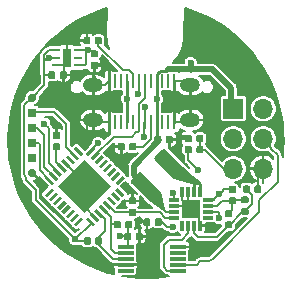
<source format=gbr>
G04 #@! TF.GenerationSoftware,KiCad,Pcbnew,(5.99.0-417-g8bd2765f3)*
G04 #@! TF.CreationDate,2020-07-20T21:20:45-04:00*
G04 #@! TF.ProjectId,bias,62696173-2e6b-4696-9361-645f70636258,rev?*
G04 #@! TF.SameCoordinates,Original*
G04 #@! TF.FileFunction,Copper,L1,Top*
G04 #@! TF.FilePolarity,Positive*
%FSLAX46Y46*%
G04 Gerber Fmt 4.6, Leading zero omitted, Abs format (unit mm)*
G04 Created by KiCad (PCBNEW (5.99.0-417-g8bd2765f3)) date 2020-07-20 21:20:45*
%MOMM*%
%LPD*%
G04 APERTURE LIST*
%ADD10C,0.100000*%
%ADD11R,0.700000X0.700000*%
%ADD12C,0.704800*%
%ADD13C,0.200000*%
%ADD14R,0.850000X0.300000*%
%ADD15R,0.300000X0.850000*%
%ADD16R,1.550000X1.550000*%
%ADD17O,1.700000X1.200000*%
%ADD18R,0.270000X1.150000*%
%ADD19R,1.400000X0.300000*%
%ADD20R,1.700000X1.700000*%
%ADD21O,1.700000X1.700000*%
%ADD22R,0.800000X1.600000*%
%ADD23R,0.729800X0.248400*%
%ADD24C,0.600000*%
%ADD25C,0.200000*%
%ADD26C,0.500000*%
%ADD27C,0.250000*%
G04 APERTURE END LIST*
D10*
G36*
X201664200Y-106700400D02*
G01*
X201664200Y-106950400D01*
X200414200Y-106100400D01*
X201264200Y-105200400D01*
X201664200Y-106700400D01*
G37*
G36*
X204729080Y-104556560D02*
G01*
X204187920Y-104645600D01*
X202364200Y-104100400D01*
X203164200Y-103150400D01*
X204729080Y-104556560D01*
G37*
G04 #@! TA.AperFunction,SMDPad,CuDef*
G36*
X199098146Y-105706628D02*
G01*
X199145998Y-105738602D01*
X199177972Y-105786454D01*
X199189200Y-105842900D01*
X199189200Y-106137900D01*
X199177972Y-106194346D01*
X199145998Y-106242198D01*
X199098146Y-106274172D01*
X199041700Y-106285400D01*
X198696700Y-106285400D01*
X198640254Y-106274172D01*
X198592402Y-106242198D01*
X198560428Y-106194346D01*
X198549200Y-106137900D01*
X198549200Y-105842900D01*
X198560428Y-105786454D01*
X198592402Y-105738602D01*
X198640254Y-105706628D01*
X198696700Y-105695400D01*
X199041700Y-105695400D01*
X199098146Y-105706628D01*
G37*
G04 #@! TD.AperFunction*
G04 #@! TA.AperFunction,SMDPad,CuDef*
G36*
X199098146Y-106676628D02*
G01*
X199145998Y-106708602D01*
X199177972Y-106756454D01*
X199189200Y-106812900D01*
X199189200Y-107107900D01*
X199177972Y-107164346D01*
X199145998Y-107212198D01*
X199098146Y-107244172D01*
X199041700Y-107255400D01*
X198696700Y-107255400D01*
X198640254Y-107244172D01*
X198592402Y-107212198D01*
X198560428Y-107164346D01*
X198549200Y-107107900D01*
X198549200Y-106812900D01*
X198560428Y-106756454D01*
X198592402Y-106708602D01*
X198640254Y-106676628D01*
X198696700Y-106665400D01*
X199041700Y-106665400D01*
X199098146Y-106676628D01*
G37*
G04 #@! TD.AperFunction*
G04 #@! TA.AperFunction,SMDPad,CuDef*
G36*
X195218146Y-92111628D02*
G01*
X195265998Y-92143602D01*
X195297972Y-92191454D01*
X195309200Y-92247900D01*
X195309200Y-92592900D01*
X195297972Y-92649346D01*
X195265998Y-92697198D01*
X195218146Y-92729172D01*
X195161700Y-92740400D01*
X194866700Y-92740400D01*
X194810254Y-92729172D01*
X194762402Y-92697198D01*
X194730428Y-92649346D01*
X194719200Y-92592900D01*
X194719200Y-92247900D01*
X194730428Y-92191454D01*
X194762402Y-92143602D01*
X194810254Y-92111628D01*
X194866700Y-92100400D01*
X195161700Y-92100400D01*
X195218146Y-92111628D01*
G37*
G04 #@! TD.AperFunction*
G04 #@! TA.AperFunction,SMDPad,CuDef*
G36*
X196188146Y-92111628D02*
G01*
X196235998Y-92143602D01*
X196267972Y-92191454D01*
X196279200Y-92247900D01*
X196279200Y-92592900D01*
X196267972Y-92649346D01*
X196235998Y-92697198D01*
X196188146Y-92729172D01*
X196131700Y-92740400D01*
X195836700Y-92740400D01*
X195780254Y-92729172D01*
X195732402Y-92697198D01*
X195700428Y-92649346D01*
X195689200Y-92592900D01*
X195689200Y-92247900D01*
X195700428Y-92191454D01*
X195732402Y-92143602D01*
X195780254Y-92111628D01*
X195836700Y-92100400D01*
X196131700Y-92100400D01*
X196188146Y-92111628D01*
G37*
G04 #@! TD.AperFunction*
G04 #@! TA.AperFunction,SMDPad,CuDef*
G36*
X198123146Y-101091628D02*
G01*
X198170998Y-101123602D01*
X198202972Y-101171454D01*
X198214200Y-101227900D01*
X198214200Y-101572900D01*
X198202972Y-101629346D01*
X198170998Y-101677198D01*
X198123146Y-101709172D01*
X198066700Y-101720400D01*
X197771700Y-101720400D01*
X197715254Y-101709172D01*
X197667402Y-101677198D01*
X197635428Y-101629346D01*
X197624200Y-101572900D01*
X197624200Y-101227900D01*
X197635428Y-101171454D01*
X197667402Y-101123602D01*
X197715254Y-101091628D01*
X197771700Y-101080400D01*
X198066700Y-101080400D01*
X198123146Y-101091628D01*
G37*
G04 #@! TD.AperFunction*
G04 #@! TA.AperFunction,SMDPad,CuDef*
G36*
X199093146Y-101091628D02*
G01*
X199140998Y-101123602D01*
X199172972Y-101171454D01*
X199184200Y-101227900D01*
X199184200Y-101572900D01*
X199172972Y-101629346D01*
X199140998Y-101677198D01*
X199093146Y-101709172D01*
X199036700Y-101720400D01*
X198741700Y-101720400D01*
X198685254Y-101709172D01*
X198637402Y-101677198D01*
X198605428Y-101629346D01*
X198594200Y-101572900D01*
X198594200Y-101227900D01*
X198605428Y-101171454D01*
X198637402Y-101123602D01*
X198685254Y-101091628D01*
X198741700Y-101080400D01*
X199036700Y-101080400D01*
X199093146Y-101091628D01*
G37*
G04 #@! TD.AperFunction*
G04 #@! TA.AperFunction,SMDPad,CuDef*
G36*
X197788146Y-107666628D02*
G01*
X197835998Y-107698602D01*
X197867972Y-107746454D01*
X197879200Y-107802900D01*
X197879200Y-108147900D01*
X197867972Y-108204346D01*
X197835998Y-108252198D01*
X197788146Y-108284172D01*
X197731700Y-108295400D01*
X197436700Y-108295400D01*
X197380254Y-108284172D01*
X197332402Y-108252198D01*
X197300428Y-108204346D01*
X197289200Y-108147900D01*
X197289200Y-107802900D01*
X197300428Y-107746454D01*
X197332402Y-107698602D01*
X197380254Y-107666628D01*
X197436700Y-107655400D01*
X197731700Y-107655400D01*
X197788146Y-107666628D01*
G37*
G04 #@! TD.AperFunction*
G04 #@! TA.AperFunction,SMDPad,CuDef*
G36*
X198758146Y-107666628D02*
G01*
X198805998Y-107698602D01*
X198837972Y-107746454D01*
X198849200Y-107802900D01*
X198849200Y-108147900D01*
X198837972Y-108204346D01*
X198805998Y-108252198D01*
X198758146Y-108284172D01*
X198701700Y-108295400D01*
X198406700Y-108295400D01*
X198350254Y-108284172D01*
X198302402Y-108252198D01*
X198270428Y-108204346D01*
X198259200Y-108147900D01*
X198259200Y-107802900D01*
X198270428Y-107746454D01*
X198302402Y-107698602D01*
X198350254Y-107666628D01*
X198406700Y-107655400D01*
X198701700Y-107655400D01*
X198758146Y-107666628D01*
G37*
G04 #@! TD.AperFunction*
G04 #@! TA.AperFunction,SMDPad,CuDef*
G36*
X209698146Y-104691628D02*
G01*
X209745998Y-104723602D01*
X209777972Y-104771454D01*
X209789200Y-104827900D01*
X209789200Y-105172900D01*
X209777972Y-105229346D01*
X209745998Y-105277198D01*
X209698146Y-105309172D01*
X209641700Y-105320400D01*
X209346700Y-105320400D01*
X209290254Y-105309172D01*
X209242402Y-105277198D01*
X209210428Y-105229346D01*
X209199200Y-105172900D01*
X209199200Y-104827900D01*
X209210428Y-104771454D01*
X209242402Y-104723602D01*
X209290254Y-104691628D01*
X209346700Y-104680400D01*
X209641700Y-104680400D01*
X209698146Y-104691628D01*
G37*
G04 #@! TD.AperFunction*
G04 #@! TA.AperFunction,SMDPad,CuDef*
G36*
X208728146Y-104691628D02*
G01*
X208775998Y-104723602D01*
X208807972Y-104771454D01*
X208819200Y-104827900D01*
X208819200Y-105172900D01*
X208807972Y-105229346D01*
X208775998Y-105277198D01*
X208728146Y-105309172D01*
X208671700Y-105320400D01*
X208376700Y-105320400D01*
X208320254Y-105309172D01*
X208272402Y-105277198D01*
X208240428Y-105229346D01*
X208229200Y-105172900D01*
X208229200Y-104827900D01*
X208240428Y-104771454D01*
X208272402Y-104723602D01*
X208320254Y-104691628D01*
X208376700Y-104680400D01*
X208671700Y-104680400D01*
X208728146Y-104691628D01*
G37*
G04 #@! TD.AperFunction*
G04 #@! TA.AperFunction,SMDPad,CuDef*
G36*
X208608146Y-106591628D02*
G01*
X208655998Y-106623602D01*
X208687972Y-106671454D01*
X208699200Y-106727900D01*
X208699200Y-107022900D01*
X208687972Y-107079346D01*
X208655998Y-107127198D01*
X208608146Y-107159172D01*
X208551700Y-107170400D01*
X208206700Y-107170400D01*
X208150254Y-107159172D01*
X208102402Y-107127198D01*
X208070428Y-107079346D01*
X208059200Y-107022900D01*
X208059200Y-106727900D01*
X208070428Y-106671454D01*
X208102402Y-106623602D01*
X208150254Y-106591628D01*
X208206700Y-106580400D01*
X208551700Y-106580400D01*
X208608146Y-106591628D01*
G37*
G04 #@! TD.AperFunction*
G04 #@! TA.AperFunction,SMDPad,CuDef*
G36*
X208608146Y-105621628D02*
G01*
X208655998Y-105653602D01*
X208687972Y-105701454D01*
X208699200Y-105757900D01*
X208699200Y-106052900D01*
X208687972Y-106109346D01*
X208655998Y-106157198D01*
X208608146Y-106189172D01*
X208551700Y-106200400D01*
X208206700Y-106200400D01*
X208150254Y-106189172D01*
X208102402Y-106157198D01*
X208070428Y-106109346D01*
X208059200Y-106052900D01*
X208059200Y-105757900D01*
X208070428Y-105701454D01*
X208102402Y-105653602D01*
X208150254Y-105621628D01*
X208206700Y-105610400D01*
X208551700Y-105610400D01*
X208608146Y-105621628D01*
G37*
G04 #@! TD.AperFunction*
G04 #@! TA.AperFunction,SMDPad,CuDef*
G36*
X207548146Y-105701628D02*
G01*
X207595998Y-105733602D01*
X207627972Y-105781454D01*
X207639200Y-105837900D01*
X207639200Y-106132900D01*
X207627972Y-106189346D01*
X207595998Y-106237198D01*
X207548146Y-106269172D01*
X207491700Y-106280400D01*
X207146700Y-106280400D01*
X207090254Y-106269172D01*
X207042402Y-106237198D01*
X207010428Y-106189346D01*
X206999200Y-106132900D01*
X206999200Y-105837900D01*
X207010428Y-105781454D01*
X207042402Y-105733602D01*
X207090254Y-105701628D01*
X207146700Y-105690400D01*
X207491700Y-105690400D01*
X207548146Y-105701628D01*
G37*
G04 #@! TD.AperFunction*
G04 #@! TA.AperFunction,SMDPad,CuDef*
G36*
X207548146Y-104731628D02*
G01*
X207595998Y-104763602D01*
X207627972Y-104811454D01*
X207639200Y-104867900D01*
X207639200Y-105162900D01*
X207627972Y-105219346D01*
X207595998Y-105267198D01*
X207548146Y-105299172D01*
X207491700Y-105310400D01*
X207146700Y-105310400D01*
X207090254Y-105299172D01*
X207042402Y-105267198D01*
X207010428Y-105219346D01*
X206999200Y-105162900D01*
X206999200Y-104867900D01*
X207010428Y-104811454D01*
X207042402Y-104763602D01*
X207090254Y-104731628D01*
X207146700Y-104720400D01*
X207491700Y-104720400D01*
X207548146Y-104731628D01*
G37*
G04 #@! TD.AperFunction*
G04 #@! TA.AperFunction,SMDPad,CuDef*
G36*
X203813146Y-101341628D02*
G01*
X203860998Y-101373602D01*
X203892972Y-101421454D01*
X203904200Y-101477900D01*
X203904200Y-101822900D01*
X203892972Y-101879346D01*
X203860998Y-101927198D01*
X203813146Y-101959172D01*
X203756700Y-101970400D01*
X203461700Y-101970400D01*
X203405254Y-101959172D01*
X203357402Y-101927198D01*
X203325428Y-101879346D01*
X203314200Y-101822900D01*
X203314200Y-101477900D01*
X203325428Y-101421454D01*
X203357402Y-101373602D01*
X203405254Y-101341628D01*
X203461700Y-101330400D01*
X203756700Y-101330400D01*
X203813146Y-101341628D01*
G37*
G04 #@! TD.AperFunction*
G04 #@! TA.AperFunction,SMDPad,CuDef*
G36*
X204783146Y-101341628D02*
G01*
X204830998Y-101373602D01*
X204862972Y-101421454D01*
X204874200Y-101477900D01*
X204874200Y-101822900D01*
X204862972Y-101879346D01*
X204830998Y-101927198D01*
X204783146Y-101959172D01*
X204726700Y-101970400D01*
X204431700Y-101970400D01*
X204375254Y-101959172D01*
X204327402Y-101927198D01*
X204295428Y-101879346D01*
X204284200Y-101822900D01*
X204284200Y-101477900D01*
X204295428Y-101421454D01*
X204327402Y-101373602D01*
X204375254Y-101341628D01*
X204431700Y-101330400D01*
X204726700Y-101330400D01*
X204783146Y-101341628D01*
G37*
G04 #@! TD.AperFunction*
G04 #@! TA.AperFunction,SMDPad,CuDef*
G36*
X200298146Y-107461628D02*
G01*
X200345998Y-107493602D01*
X200377972Y-107541454D01*
X200389200Y-107597900D01*
X200389200Y-107942900D01*
X200377972Y-107999346D01*
X200345998Y-108047198D01*
X200298146Y-108079172D01*
X200241700Y-108090400D01*
X199946700Y-108090400D01*
X199890254Y-108079172D01*
X199842402Y-108047198D01*
X199810428Y-107999346D01*
X199799200Y-107942900D01*
X199799200Y-107597900D01*
X199810428Y-107541454D01*
X199842402Y-107493602D01*
X199890254Y-107461628D01*
X199946700Y-107450400D01*
X200241700Y-107450400D01*
X200298146Y-107461628D01*
G37*
G04 #@! TD.AperFunction*
G04 #@! TA.AperFunction,SMDPad,CuDef*
G36*
X201268146Y-107461628D02*
G01*
X201315998Y-107493602D01*
X201347972Y-107541454D01*
X201359200Y-107597900D01*
X201359200Y-107942900D01*
X201347972Y-107999346D01*
X201315998Y-108047198D01*
X201268146Y-108079172D01*
X201211700Y-108090400D01*
X200916700Y-108090400D01*
X200860254Y-108079172D01*
X200812402Y-108047198D01*
X200780428Y-107999346D01*
X200769200Y-107942900D01*
X200769200Y-107597900D01*
X200780428Y-107541454D01*
X200812402Y-107493602D01*
X200860254Y-107461628D01*
X200916700Y-107450400D01*
X201211700Y-107450400D01*
X201268146Y-107461628D01*
G37*
G04 #@! TD.AperFunction*
G04 #@! TA.AperFunction,SMDPad,CuDef*
G36*
X195248146Y-109063628D02*
G01*
X195295998Y-109095602D01*
X195327972Y-109143454D01*
X195339200Y-109199900D01*
X195339200Y-109544900D01*
X195327972Y-109601346D01*
X195295998Y-109649198D01*
X195248146Y-109681172D01*
X195191700Y-109692400D01*
X194896700Y-109692400D01*
X194840254Y-109681172D01*
X194792402Y-109649198D01*
X194760428Y-109601346D01*
X194749200Y-109544900D01*
X194749200Y-109199900D01*
X194760428Y-109143454D01*
X194792402Y-109095602D01*
X194840254Y-109063628D01*
X194896700Y-109052400D01*
X195191700Y-109052400D01*
X195248146Y-109063628D01*
G37*
G04 #@! TD.AperFunction*
G04 #@! TA.AperFunction,SMDPad,CuDef*
G36*
X196218146Y-109063628D02*
G01*
X196265998Y-109095602D01*
X196297972Y-109143454D01*
X196309200Y-109199900D01*
X196309200Y-109544900D01*
X196297972Y-109601346D01*
X196265998Y-109649198D01*
X196218146Y-109681172D01*
X196161700Y-109692400D01*
X195866700Y-109692400D01*
X195810254Y-109681172D01*
X195762402Y-109649198D01*
X195730428Y-109601346D01*
X195719200Y-109544900D01*
X195719200Y-109199900D01*
X195730428Y-109143454D01*
X195762402Y-109095602D01*
X195810254Y-109063628D01*
X195866700Y-109052400D01*
X196161700Y-109052400D01*
X196218146Y-109063628D01*
G37*
G04 #@! TD.AperFunction*
D11*
X190359200Y-98525400D03*
X190359200Y-99795400D03*
X190359200Y-101065400D03*
D12*
X190359200Y-97255400D03*
D11*
X190359200Y-102335400D03*
D12*
X190359200Y-103605400D03*
G04 #@! TA.AperFunction,SMDPad,CuDef*
G36*
X193910167Y-101578036D02*
G01*
X194108157Y-101380046D01*
X194709197Y-101981086D01*
X194511207Y-102179076D01*
X193910167Y-101578036D01*
G37*
G04 #@! TD.AperFunction*
G04 #@! TA.AperFunction,SMDPad,CuDef*
G36*
X197410346Y-104455960D02*
G01*
X198011386Y-103854920D01*
X198209376Y-104052910D01*
X197608336Y-104653950D01*
X197410346Y-104455960D01*
G37*
G04 #@! TD.AperFunction*
G04 #@! TA.AperFunction,SMDPad,CuDef*
G36*
X194935472Y-107553089D02*
G01*
X195133462Y-107355099D01*
X195734502Y-107956139D01*
X195536512Y-108154129D01*
X194935472Y-107553089D01*
G37*
G04 #@! TD.AperFunction*
G04 #@! TA.AperFunction,SMDPad,CuDef*
G36*
X192559592Y-104767087D02*
G01*
X194822334Y-102504345D01*
X197085076Y-104767087D01*
X194822334Y-107029829D01*
X192559592Y-104767087D01*
G37*
G04 #@! TD.AperFunction*
D13*
X194822334Y-103352874D03*
X195529441Y-104059981D03*
X196236548Y-104767087D03*
X194115228Y-104059981D03*
X194822334Y-104767087D03*
X195529441Y-105474194D03*
X193408121Y-104767087D03*
X194115228Y-105474194D03*
X194822334Y-106181301D03*
G04 #@! TA.AperFunction,SMDPad,CuDef*
G36*
X191435293Y-105481265D02*
G01*
X192036333Y-104880225D01*
X192234323Y-105078215D01*
X191633283Y-105679255D01*
X191435293Y-105481265D01*
G37*
G04 #@! TD.AperFunction*
G04 #@! TA.AperFunction,SMDPad,CuDef*
G36*
X191788847Y-105834818D02*
G01*
X192389887Y-105233778D01*
X192587877Y-105431768D01*
X191986837Y-106032808D01*
X191788847Y-105834818D01*
G37*
G04 #@! TD.AperFunction*
G04 #@! TA.AperFunction,SMDPad,CuDef*
G36*
X192142400Y-106188372D02*
G01*
X192743440Y-105587332D01*
X192941430Y-105785322D01*
X192340390Y-106386362D01*
X192142400Y-106188372D01*
G37*
G04 #@! TD.AperFunction*
G04 #@! TA.AperFunction,SMDPad,CuDef*
G36*
X192495953Y-106541925D02*
G01*
X193096993Y-105940885D01*
X193294983Y-106138875D01*
X192693943Y-106739915D01*
X192495953Y-106541925D01*
G37*
G04 #@! TD.AperFunction*
G04 #@! TA.AperFunction,SMDPad,CuDef*
G36*
X192849507Y-106895478D02*
G01*
X193450547Y-106294438D01*
X193648537Y-106492428D01*
X193047497Y-107093468D01*
X192849507Y-106895478D01*
G37*
G04 #@! TD.AperFunction*
G04 #@! TA.AperFunction,SMDPad,CuDef*
G36*
X193203060Y-107249032D02*
G01*
X193804100Y-106647992D01*
X194002090Y-106845982D01*
X193401050Y-107447022D01*
X193203060Y-107249032D01*
G37*
G04 #@! TD.AperFunction*
G04 #@! TA.AperFunction,SMDPad,CuDef*
G36*
X193556614Y-107602585D02*
G01*
X194157654Y-107001545D01*
X194355644Y-107199535D01*
X193754604Y-107800575D01*
X193556614Y-107602585D01*
G37*
G04 #@! TD.AperFunction*
G04 #@! TA.AperFunction,SMDPad,CuDef*
G36*
X193910167Y-107956139D02*
G01*
X194511207Y-107355099D01*
X194709197Y-107553089D01*
X194108157Y-108154129D01*
X193910167Y-107956139D01*
G37*
G04 #@! TD.AperFunction*
G04 #@! TA.AperFunction,SMDPad,CuDef*
G36*
X195289025Y-107199535D02*
G01*
X195487015Y-107001545D01*
X196088055Y-107602585D01*
X195890065Y-107800575D01*
X195289025Y-107199535D01*
G37*
G04 #@! TD.AperFunction*
G04 #@! TA.AperFunction,SMDPad,CuDef*
G36*
X195642579Y-106845982D02*
G01*
X195840569Y-106647992D01*
X196441609Y-107249032D01*
X196243619Y-107447022D01*
X195642579Y-106845982D01*
G37*
G04 #@! TD.AperFunction*
G04 #@! TA.AperFunction,SMDPad,CuDef*
G36*
X195996132Y-106492428D02*
G01*
X196194122Y-106294438D01*
X196795162Y-106895478D01*
X196597172Y-107093468D01*
X195996132Y-106492428D01*
G37*
G04 #@! TD.AperFunction*
G04 #@! TA.AperFunction,SMDPad,CuDef*
G36*
X196349685Y-106138875D02*
G01*
X196547675Y-105940885D01*
X197148715Y-106541925D01*
X196950725Y-106739915D01*
X196349685Y-106138875D01*
G37*
G04 #@! TD.AperFunction*
G04 #@! TA.AperFunction,SMDPad,CuDef*
G36*
X196703239Y-105785322D02*
G01*
X196901229Y-105587332D01*
X197502269Y-106188372D01*
X197304279Y-106386362D01*
X196703239Y-105785322D01*
G37*
G04 #@! TD.AperFunction*
G04 #@! TA.AperFunction,SMDPad,CuDef*
G36*
X197056792Y-105431768D02*
G01*
X197254782Y-105233778D01*
X197855822Y-105834818D01*
X197657832Y-106032808D01*
X197056792Y-105431768D01*
G37*
G04 #@! TD.AperFunction*
G04 #@! TA.AperFunction,SMDPad,CuDef*
G36*
X197410346Y-105078215D02*
G01*
X197608336Y-104880225D01*
X198209376Y-105481265D01*
X198011386Y-105679255D01*
X197410346Y-105078215D01*
G37*
G04 #@! TD.AperFunction*
G04 #@! TA.AperFunction,SMDPad,CuDef*
G36*
X197056792Y-104102407D02*
G01*
X197657832Y-103501367D01*
X197855822Y-103699357D01*
X197254782Y-104300397D01*
X197056792Y-104102407D01*
G37*
G04 #@! TD.AperFunction*
G04 #@! TA.AperFunction,SMDPad,CuDef*
G36*
X196703239Y-103748853D02*
G01*
X197304279Y-103147813D01*
X197502269Y-103345803D01*
X196901229Y-103946843D01*
X196703239Y-103748853D01*
G37*
G04 #@! TD.AperFunction*
G04 #@! TA.AperFunction,SMDPad,CuDef*
G36*
X196349685Y-103395300D02*
G01*
X196950725Y-102794260D01*
X197148715Y-102992250D01*
X196547675Y-103593290D01*
X196349685Y-103395300D01*
G37*
G04 #@! TD.AperFunction*
G04 #@! TA.AperFunction,SMDPad,CuDef*
G36*
X195996132Y-103041746D02*
G01*
X196597172Y-102440706D01*
X196795162Y-102638696D01*
X196194122Y-103239736D01*
X195996132Y-103041746D01*
G37*
G04 #@! TD.AperFunction*
G04 #@! TA.AperFunction,SMDPad,CuDef*
G36*
X195642579Y-102688193D02*
G01*
X196243619Y-102087153D01*
X196441609Y-102285143D01*
X195840569Y-102886183D01*
X195642579Y-102688193D01*
G37*
G04 #@! TD.AperFunction*
G04 #@! TA.AperFunction,SMDPad,CuDef*
G36*
X195289025Y-102334640D02*
G01*
X195890065Y-101733600D01*
X196088055Y-101931590D01*
X195487015Y-102532630D01*
X195289025Y-102334640D01*
G37*
G04 #@! TD.AperFunction*
G04 #@! TA.AperFunction,SMDPad,CuDef*
G36*
X194935472Y-101981086D02*
G01*
X195536512Y-101380046D01*
X195734502Y-101578036D01*
X195133462Y-102179076D01*
X194935472Y-101981086D01*
G37*
G04 #@! TD.AperFunction*
G04 #@! TA.AperFunction,SMDPad,CuDef*
G36*
X193556614Y-101931590D02*
G01*
X193754604Y-101733600D01*
X194355644Y-102334640D01*
X194157654Y-102532630D01*
X193556614Y-101931590D01*
G37*
G04 #@! TD.AperFunction*
G04 #@! TA.AperFunction,SMDPad,CuDef*
G36*
X193203060Y-102285143D02*
G01*
X193401050Y-102087153D01*
X194002090Y-102688193D01*
X193804100Y-102886183D01*
X193203060Y-102285143D01*
G37*
G04 #@! TD.AperFunction*
G04 #@! TA.AperFunction,SMDPad,CuDef*
G36*
X192849507Y-102638696D02*
G01*
X193047497Y-102440706D01*
X193648537Y-103041746D01*
X193450547Y-103239736D01*
X192849507Y-102638696D01*
G37*
G04 #@! TD.AperFunction*
G04 #@! TA.AperFunction,SMDPad,CuDef*
G36*
X192495953Y-102992250D02*
G01*
X192693943Y-102794260D01*
X193294983Y-103395300D01*
X193096993Y-103593290D01*
X192495953Y-102992250D01*
G37*
G04 #@! TD.AperFunction*
G04 #@! TA.AperFunction,SMDPad,CuDef*
G36*
X192142400Y-103345803D02*
G01*
X192340390Y-103147813D01*
X192941430Y-103748853D01*
X192743440Y-103946843D01*
X192142400Y-103345803D01*
G37*
G04 #@! TD.AperFunction*
G04 #@! TA.AperFunction,SMDPad,CuDef*
G36*
X191788847Y-103699357D02*
G01*
X191986837Y-103501367D01*
X192587877Y-104102407D01*
X192389887Y-104300397D01*
X191788847Y-103699357D01*
G37*
G04 #@! TD.AperFunction*
G04 #@! TA.AperFunction,SMDPad,CuDef*
G36*
X191435293Y-104052910D02*
G01*
X191633283Y-103854920D01*
X192234323Y-104455960D01*
X192036333Y-104653950D01*
X191435293Y-104052910D01*
G37*
G04 #@! TD.AperFunction*
D14*
X205264200Y-107400400D03*
X205264200Y-106900400D03*
X205264200Y-106400400D03*
X205264200Y-105900400D03*
D15*
X204564200Y-105200400D03*
X204064200Y-105200400D03*
X203564200Y-105200400D03*
X203064200Y-105200400D03*
D14*
X202364200Y-105900400D03*
X202364200Y-106400400D03*
X202364200Y-106900400D03*
X202364200Y-107400400D03*
D15*
X203064200Y-108100400D03*
X203564200Y-108100400D03*
X204064200Y-108100400D03*
X204564200Y-108100400D03*
D16*
X203814200Y-106650400D03*
G04 #@! TA.AperFunction,SMDPad,CuDef*
G36*
X193220946Y-95017428D02*
G01*
X193268798Y-95049402D01*
X193300772Y-95097254D01*
X193312000Y-95153700D01*
X193312000Y-95498700D01*
X193300772Y-95555146D01*
X193268798Y-95602998D01*
X193220946Y-95634972D01*
X193164500Y-95646200D01*
X192869500Y-95646200D01*
X192813054Y-95634972D01*
X192765202Y-95602998D01*
X192733228Y-95555146D01*
X192722000Y-95498700D01*
X192722000Y-95153700D01*
X192733228Y-95097254D01*
X192765202Y-95049402D01*
X192813054Y-95017428D01*
X192869500Y-95006200D01*
X193164500Y-95006200D01*
X193220946Y-95017428D01*
G37*
G04 #@! TD.AperFunction*
G04 #@! TA.AperFunction,SMDPad,CuDef*
G36*
X192250946Y-95017428D02*
G01*
X192298798Y-95049402D01*
X192330772Y-95097254D01*
X192342000Y-95153700D01*
X192342000Y-95498700D01*
X192330772Y-95555146D01*
X192298798Y-95602998D01*
X192250946Y-95634972D01*
X192194500Y-95646200D01*
X191899500Y-95646200D01*
X191843054Y-95634972D01*
X191795202Y-95602998D01*
X191763228Y-95555146D01*
X191752000Y-95498700D01*
X191752000Y-95153700D01*
X191763228Y-95097254D01*
X191795202Y-95049402D01*
X191843054Y-95017428D01*
X191899500Y-95006200D01*
X192194500Y-95006200D01*
X192250946Y-95017428D01*
G37*
G04 #@! TD.AperFunction*
G04 #@! TA.AperFunction,SMDPad,CuDef*
G36*
X195868346Y-94239628D02*
G01*
X195916198Y-94271602D01*
X195948172Y-94319454D01*
X195959400Y-94375900D01*
X195959400Y-94670900D01*
X195948172Y-94727346D01*
X195916198Y-94775198D01*
X195868346Y-94807172D01*
X195811900Y-94818400D01*
X195466900Y-94818400D01*
X195410454Y-94807172D01*
X195362602Y-94775198D01*
X195330628Y-94727346D01*
X195319400Y-94670900D01*
X195319400Y-94375900D01*
X195330628Y-94319454D01*
X195362602Y-94271602D01*
X195410454Y-94239628D01*
X195466900Y-94228400D01*
X195811900Y-94228400D01*
X195868346Y-94239628D01*
G37*
G04 #@! TD.AperFunction*
G04 #@! TA.AperFunction,SMDPad,CuDef*
G36*
X195868346Y-93269628D02*
G01*
X195916198Y-93301602D01*
X195948172Y-93349454D01*
X195959400Y-93405900D01*
X195959400Y-93700900D01*
X195948172Y-93757346D01*
X195916198Y-93805198D01*
X195868346Y-93837172D01*
X195811900Y-93848400D01*
X195466900Y-93848400D01*
X195410454Y-93837172D01*
X195362602Y-93805198D01*
X195330628Y-93757346D01*
X195319400Y-93700900D01*
X195319400Y-93405900D01*
X195330628Y-93349454D01*
X195362602Y-93301602D01*
X195410454Y-93269628D01*
X195466900Y-93258400D01*
X195811900Y-93258400D01*
X195868346Y-93269628D01*
G37*
G04 #@! TD.AperFunction*
G04 #@! TA.AperFunction,SMDPad,CuDef*
G36*
X192648146Y-100151628D02*
G01*
X192695998Y-100183602D01*
X192727972Y-100231454D01*
X192739200Y-100287900D01*
X192739200Y-100582900D01*
X192727972Y-100639346D01*
X192695998Y-100687198D01*
X192648146Y-100719172D01*
X192591700Y-100730400D01*
X192246700Y-100730400D01*
X192190254Y-100719172D01*
X192142402Y-100687198D01*
X192110428Y-100639346D01*
X192099200Y-100582900D01*
X192099200Y-100287900D01*
X192110428Y-100231454D01*
X192142402Y-100183602D01*
X192190254Y-100151628D01*
X192246700Y-100140400D01*
X192591700Y-100140400D01*
X192648146Y-100151628D01*
G37*
G04 #@! TD.AperFunction*
G04 #@! TA.AperFunction,SMDPad,CuDef*
G36*
X192648146Y-101121628D02*
G01*
X192695998Y-101153602D01*
X192727972Y-101201454D01*
X192739200Y-101257900D01*
X192739200Y-101552900D01*
X192727972Y-101609346D01*
X192695998Y-101657198D01*
X192648146Y-101689172D01*
X192591700Y-101700400D01*
X192246700Y-101700400D01*
X192190254Y-101689172D01*
X192142402Y-101657198D01*
X192110428Y-101609346D01*
X192099200Y-101552900D01*
X192099200Y-101257900D01*
X192110428Y-101201454D01*
X192142402Y-101153602D01*
X192190254Y-101121628D01*
X192246700Y-101110400D01*
X192591700Y-101110400D01*
X192648146Y-101121628D01*
G37*
G04 #@! TD.AperFunction*
G04 #@! TA.AperFunction,SMDPad,CuDef*
G36*
X203807946Y-100402228D02*
G01*
X203855798Y-100434202D01*
X203887772Y-100482054D01*
X203899000Y-100538500D01*
X203899000Y-100883500D01*
X203887772Y-100939946D01*
X203855798Y-100987798D01*
X203807946Y-101019772D01*
X203751500Y-101031000D01*
X203456500Y-101031000D01*
X203400054Y-101019772D01*
X203352202Y-100987798D01*
X203320228Y-100939946D01*
X203309000Y-100883500D01*
X203309000Y-100538500D01*
X203320228Y-100482054D01*
X203352202Y-100434202D01*
X203400054Y-100402228D01*
X203456500Y-100391000D01*
X203751500Y-100391000D01*
X203807946Y-100402228D01*
G37*
G04 #@! TD.AperFunction*
G04 #@! TA.AperFunction,SMDPad,CuDef*
G36*
X204777946Y-100402228D02*
G01*
X204825798Y-100434202D01*
X204857772Y-100482054D01*
X204869000Y-100538500D01*
X204869000Y-100883500D01*
X204857772Y-100939946D01*
X204825798Y-100987798D01*
X204777946Y-101019772D01*
X204721500Y-101031000D01*
X204426500Y-101031000D01*
X204370054Y-101019772D01*
X204322202Y-100987798D01*
X204290228Y-100939946D01*
X204279000Y-100883500D01*
X204279000Y-100538500D01*
X204290228Y-100482054D01*
X204322202Y-100434202D01*
X204370054Y-100402228D01*
X204426500Y-100391000D01*
X204721500Y-100391000D01*
X204777946Y-100402228D01*
G37*
G04 #@! TD.AperFunction*
G04 #@! TA.AperFunction,SMDPad,CuDef*
G36*
X207238146Y-107746628D02*
G01*
X207285998Y-107778602D01*
X207317972Y-107826454D01*
X207329200Y-107882900D01*
X207329200Y-108177900D01*
X207317972Y-108234346D01*
X207285998Y-108282198D01*
X207238146Y-108314172D01*
X207181700Y-108325400D01*
X206836700Y-108325400D01*
X206780254Y-108314172D01*
X206732402Y-108282198D01*
X206700428Y-108234346D01*
X206689200Y-108177900D01*
X206689200Y-107882900D01*
X206700428Y-107826454D01*
X206732402Y-107778602D01*
X206780254Y-107746628D01*
X206836700Y-107735400D01*
X207181700Y-107735400D01*
X207238146Y-107746628D01*
G37*
G04 #@! TD.AperFunction*
G04 #@! TA.AperFunction,SMDPad,CuDef*
G36*
X207238146Y-106776628D02*
G01*
X207285998Y-106808602D01*
X207317972Y-106856454D01*
X207329200Y-106912900D01*
X207329200Y-107207900D01*
X207317972Y-107264346D01*
X207285998Y-107312198D01*
X207238146Y-107344172D01*
X207181700Y-107355400D01*
X206836700Y-107355400D01*
X206780254Y-107344172D01*
X206732402Y-107312198D01*
X206700428Y-107264346D01*
X206689200Y-107207900D01*
X206689200Y-106912900D01*
X206700428Y-106856454D01*
X206732402Y-106808602D01*
X206780254Y-106776628D01*
X206836700Y-106765400D01*
X207181700Y-106765400D01*
X207238146Y-106776628D01*
G37*
G04 #@! TD.AperFunction*
G04 #@! TA.AperFunction,SMDPad,CuDef*
G36*
X202188146Y-100491628D02*
G01*
X202235998Y-100523602D01*
X202267972Y-100571454D01*
X202279200Y-100627900D01*
X202279200Y-100972900D01*
X202267972Y-101029346D01*
X202235998Y-101077198D01*
X202188146Y-101109172D01*
X202131700Y-101120400D01*
X201836700Y-101120400D01*
X201780254Y-101109172D01*
X201732402Y-101077198D01*
X201700428Y-101029346D01*
X201689200Y-100972900D01*
X201689200Y-100627900D01*
X201700428Y-100571454D01*
X201732402Y-100523602D01*
X201780254Y-100491628D01*
X201836700Y-100480400D01*
X202131700Y-100480400D01*
X202188146Y-100491628D01*
G37*
G04 #@! TD.AperFunction*
G04 #@! TA.AperFunction,SMDPad,CuDef*
G36*
X201218146Y-100491628D02*
G01*
X201265998Y-100523602D01*
X201297972Y-100571454D01*
X201309200Y-100627900D01*
X201309200Y-100972900D01*
X201297972Y-101029346D01*
X201265998Y-101077198D01*
X201218146Y-101109172D01*
X201161700Y-101120400D01*
X200866700Y-101120400D01*
X200810254Y-101109172D01*
X200762402Y-101077198D01*
X200730428Y-101029346D01*
X200719200Y-100972900D01*
X200719200Y-100627900D01*
X200730428Y-100571454D01*
X200762402Y-100523602D01*
X200810254Y-100491628D01*
X200866700Y-100480400D01*
X201161700Y-100480400D01*
X201218146Y-100491628D01*
G37*
G04 #@! TD.AperFunction*
G04 #@! TA.AperFunction,SMDPad,CuDef*
G36*
X199647146Y-108682628D02*
G01*
X199694998Y-108714602D01*
X199726972Y-108762454D01*
X199738200Y-108818900D01*
X199738200Y-109163900D01*
X199726972Y-109220346D01*
X199694998Y-109268198D01*
X199647146Y-109300172D01*
X199590700Y-109311400D01*
X199295700Y-109311400D01*
X199239254Y-109300172D01*
X199191402Y-109268198D01*
X199159428Y-109220346D01*
X199148200Y-109163900D01*
X199148200Y-108818900D01*
X199159428Y-108762454D01*
X199191402Y-108714602D01*
X199239254Y-108682628D01*
X199295700Y-108671400D01*
X199590700Y-108671400D01*
X199647146Y-108682628D01*
G37*
G04 #@! TD.AperFunction*
G04 #@! TA.AperFunction,SMDPad,CuDef*
G36*
X198677146Y-108682628D02*
G01*
X198724998Y-108714602D01*
X198756972Y-108762454D01*
X198768200Y-108818900D01*
X198768200Y-109163900D01*
X198756972Y-109220346D01*
X198724998Y-109268198D01*
X198677146Y-109300172D01*
X198620700Y-109311400D01*
X198325700Y-109311400D01*
X198269254Y-109300172D01*
X198221402Y-109268198D01*
X198189428Y-109220346D01*
X198178200Y-109163900D01*
X198178200Y-108818900D01*
X198189428Y-108762454D01*
X198221402Y-108714602D01*
X198269254Y-108682628D01*
X198325700Y-108671400D01*
X198620700Y-108671400D01*
X198677146Y-108682628D01*
G37*
G04 #@! TD.AperFunction*
D17*
X195559240Y-96202680D03*
X203759239Y-96202680D03*
X195559240Y-99142680D03*
X203759239Y-99142680D03*
D18*
X196909240Y-95847680D03*
X197409240Y-95847680D03*
X197909240Y-95847680D03*
X198409240Y-95847680D03*
X198909240Y-95847680D03*
X199409240Y-95847680D03*
X199909240Y-95847680D03*
X200409240Y-95847680D03*
X200909240Y-95847680D03*
X201409240Y-95847680D03*
X201909240Y-95847680D03*
X202409240Y-95847680D03*
X202409240Y-99347680D03*
X201909240Y-99347680D03*
X201409240Y-99347680D03*
X200909240Y-99347680D03*
X200409240Y-99347680D03*
X199909240Y-99347680D03*
X199409240Y-99347680D03*
X198909240Y-99347680D03*
X198409240Y-99347680D03*
X197909240Y-99347680D03*
X197409240Y-99347680D03*
X196909240Y-99347680D03*
D19*
X198282200Y-109896400D03*
X198282200Y-110396400D03*
X198282200Y-110896400D03*
X198282200Y-111396400D03*
X198282200Y-111896400D03*
X202682200Y-111896400D03*
X202682200Y-111396400D03*
X202682200Y-110896400D03*
X202682200Y-110396400D03*
X202682200Y-109896400D03*
D20*
X207391000Y-98196400D03*
D21*
X209931000Y-98196400D03*
X207391000Y-100736400D03*
X209931000Y-100736400D03*
X207391000Y-103276400D03*
X209931000Y-103276400D03*
G04 #@! TA.AperFunction,SMDPad,CuDef*
G36*
X199624947Y-103584074D02*
G01*
X199706053Y-103638267D01*
X201226333Y-105158547D01*
X201280526Y-105239653D01*
X201299556Y-105335324D01*
X201280526Y-105430995D01*
X201226333Y-105512101D01*
X200696003Y-106042431D01*
X200614897Y-106096624D01*
X200519226Y-106115654D01*
X200423555Y-106096624D01*
X200342449Y-106042431D01*
X198822169Y-104522151D01*
X198767976Y-104441045D01*
X198748946Y-104345374D01*
X198767976Y-104249703D01*
X198822169Y-104168597D01*
X199352499Y-103638267D01*
X199433605Y-103584074D01*
X199529276Y-103565044D01*
X199624947Y-103584074D01*
G37*
G04 #@! TD.AperFunction*
G04 #@! TA.AperFunction,SMDPad,CuDef*
G36*
X201604845Y-101604176D02*
G01*
X201685951Y-101658369D01*
X203206231Y-103178649D01*
X203260424Y-103259755D01*
X203279454Y-103355426D01*
X203260424Y-103451097D01*
X203206231Y-103532203D01*
X202675901Y-104062533D01*
X202594795Y-104116726D01*
X202499124Y-104135756D01*
X202403453Y-104116726D01*
X202322347Y-104062533D01*
X200802067Y-102542253D01*
X200747874Y-102461147D01*
X200728844Y-102365476D01*
X200747874Y-102269805D01*
X200802067Y-102188699D01*
X201332397Y-101658369D01*
X201413503Y-101604176D01*
X201509174Y-101585146D01*
X201604845Y-101604176D01*
G37*
G04 #@! TD.AperFunction*
D22*
X193319400Y-93878400D03*
D23*
X194259299Y-93228401D03*
X194259299Y-93878400D03*
X194259299Y-94528399D03*
X192379501Y-94528399D03*
X192379501Y-93878400D03*
X192379501Y-93228401D03*
D24*
X191759400Y-93878400D03*
X199329040Y-96931480D03*
X199928480Y-98059240D03*
X199877680Y-100543360D03*
X195950840Y-101097080D03*
X203789280Y-94320360D03*
X200909240Y-97388360D03*
X198409240Y-97343280D03*
X206197200Y-105435400D03*
X204389200Y-103350400D03*
X204233742Y-106254173D03*
X205509200Y-108420400D03*
X194005200Y-109245400D03*
X197815200Y-108991400D03*
X191409200Y-99470400D03*
X202272406Y-108195168D03*
X202329200Y-105310400D03*
X195009200Y-100570400D03*
X204240000Y-90670000D03*
X208229200Y-96260400D03*
X199789200Y-106370400D03*
X192389200Y-99500400D03*
X193319400Y-94348400D03*
X196347600Y-94167000D03*
X193869200Y-92490400D03*
X197889200Y-102320400D03*
X202779200Y-100800400D03*
X199466200Y-107731128D03*
X206919200Y-94670400D03*
X204264200Y-107100400D03*
X203414200Y-107100400D03*
X203414200Y-106250400D03*
X193329400Y-93458400D03*
X206189202Y-107423638D03*
X204038200Y-109880400D03*
X199720200Y-111404400D03*
X195076399Y-93228401D03*
X190359200Y-101065400D03*
X190359200Y-99795400D03*
X190365500Y-98519100D03*
D25*
X196909240Y-99347680D02*
X196909240Y-98572680D01*
X196909240Y-98572680D02*
X196909240Y-95847680D01*
X191399200Y-95860400D02*
X191399200Y-95290600D01*
X191399200Y-95290600D02*
X191399200Y-95178200D01*
X191434800Y-95326200D02*
X192047000Y-95326200D01*
X191399200Y-95290600D02*
X191434800Y-95326200D01*
X191414200Y-96200400D02*
X191414200Y-95875400D01*
X191414200Y-95875400D02*
X191399200Y-95860400D01*
X209494200Y-105000400D02*
X209494200Y-103499400D01*
X209494200Y-103499400D02*
X209753200Y-103240400D01*
D26*
X205685399Y-94895679D02*
X207213200Y-96423480D01*
X207213200Y-96423480D02*
X207213200Y-98160400D01*
D25*
X205354847Y-111091622D02*
X204604978Y-111091622D01*
X205536986Y-110989541D02*
X205354847Y-111091622D01*
X205679376Y-110906224D02*
X205536986Y-110989541D01*
X209622346Y-106963254D02*
X205679376Y-110906224D01*
X204208899Y-111396400D02*
X202682200Y-111396400D01*
X211168844Y-104395194D02*
X209622346Y-105941692D01*
X211175600Y-104373339D02*
X211168844Y-104395194D01*
X210603199Y-101560999D02*
X211175600Y-102133400D01*
X209753200Y-100700400D02*
X210603199Y-101550399D01*
X210603199Y-101550399D02*
X210603199Y-101560999D01*
X211175600Y-102133400D02*
X211175600Y-104373339D01*
X209622346Y-105941692D02*
X209622346Y-106963254D01*
X204604978Y-111091622D02*
X204300200Y-111396400D01*
X204300200Y-111396400D02*
X204208899Y-111396400D01*
X191399200Y-95178200D02*
X191379400Y-95158400D01*
X193084400Y-95498400D02*
X193104200Y-95518200D01*
D27*
X195639400Y-95400720D02*
X195639400Y-96122520D01*
X195639400Y-96122520D02*
X195559240Y-96202680D01*
D25*
X191759400Y-93878400D02*
X192379501Y-93878400D01*
X203763880Y-104190800D02*
X203506878Y-103868078D01*
D27*
X204564200Y-105200400D02*
X204564200Y-104525400D01*
D25*
X203864200Y-104225400D02*
X203763880Y-104190800D01*
D27*
X204564200Y-104525400D02*
X204229600Y-104190800D01*
X204229600Y-104190800D02*
X203763880Y-104190800D01*
X204064200Y-105200400D02*
X204064200Y-104425400D01*
X201873859Y-94863920D02*
X201754948Y-94982831D01*
X201754948Y-94982831D02*
X201247287Y-94982831D01*
D26*
X202835780Y-94863920D02*
X202143099Y-94863920D01*
X202143099Y-94863920D02*
X201873859Y-94863920D01*
X203789280Y-94869000D02*
X203789280Y-94320360D01*
X203752540Y-94863920D02*
X205675338Y-94863920D01*
D25*
X198889200Y-101400400D02*
X199800602Y-101400400D01*
X200409240Y-100082040D02*
X200409240Y-99307040D01*
X199800602Y-101400400D02*
X200409240Y-100791762D01*
X200409240Y-100791762D02*
X200409240Y-100082040D01*
X199390000Y-96901000D02*
X199390000Y-95866920D01*
X199390000Y-95866920D02*
X199409240Y-95847680D01*
X199909240Y-98572680D02*
X199928480Y-98553440D01*
X199928480Y-98553440D02*
X199928480Y-98059240D01*
X199877680Y-100543360D02*
X199877680Y-99379240D01*
X199877680Y-99379240D02*
X199909240Y-99347680D01*
X195334987Y-101779561D02*
X195334987Y-101712933D01*
X195334987Y-101712933D02*
X195950840Y-101097080D01*
X199909240Y-99347680D02*
X199909240Y-98572680D01*
X199909240Y-98572680D02*
X199908160Y-98571600D01*
X195559240Y-96202680D02*
X196554240Y-96202680D01*
X196554240Y-96202680D02*
X196909240Y-95847680D01*
X196909240Y-99347680D02*
X195764240Y-99347680D01*
X195764240Y-99347680D02*
X195559240Y-99142680D01*
X202409240Y-99347680D02*
X203554239Y-99347680D01*
X203554239Y-99347680D02*
X203759239Y-99142680D01*
X202409240Y-95847680D02*
X203404239Y-95847680D01*
X203404239Y-95847680D02*
X203759239Y-96202680D01*
X202409240Y-99347680D02*
X202409240Y-98572680D01*
X202409240Y-98572680D02*
X202409240Y-95847680D01*
X195009200Y-100570400D02*
X195009200Y-99692720D01*
X195009200Y-99692720D02*
X195559240Y-99142680D01*
X195639400Y-94523400D02*
X195639400Y-95400720D01*
X195659200Y-96102720D02*
X195559240Y-96202680D01*
X198909240Y-95847680D02*
X198909240Y-95229078D01*
X198909240Y-95229078D02*
X198612394Y-94932232D01*
X195984200Y-92840400D02*
X195984200Y-92420400D01*
X198612394Y-94932232D02*
X198076032Y-94932232D01*
X198076032Y-94932232D02*
X195984200Y-92840400D01*
D26*
X203752540Y-94863920D02*
X202835780Y-94863920D01*
D27*
X200909240Y-97388360D02*
X200909240Y-95847680D01*
X198409240Y-97343280D02*
X198409240Y-95847680D01*
X200909240Y-95847680D02*
X200909240Y-95229078D01*
X200909240Y-95229078D02*
X201099389Y-95038929D01*
X200909240Y-99347680D02*
X200909240Y-100695440D01*
X200909240Y-100695440D02*
X201014200Y-100800400D01*
D25*
X199400160Y-97759520D02*
X199909240Y-97250440D01*
X199909240Y-97250440D02*
X199909240Y-95847680D01*
X199400160Y-98563600D02*
X199400160Y-97759520D01*
X199409240Y-99347680D02*
X199409240Y-98572680D01*
X199409240Y-98572680D02*
X199400160Y-98563600D01*
D27*
X198409240Y-99347680D02*
X198409240Y-97343280D01*
X200909240Y-99347680D02*
X200909240Y-98522680D01*
X200909240Y-98522680D02*
X200909240Y-97388360D01*
X202845841Y-94895679D02*
X202761120Y-94980400D01*
X201246105Y-94980400D02*
X201099389Y-95038929D01*
X201099389Y-95038929D02*
X201092639Y-95045679D01*
D25*
X199179199Y-100168405D02*
X199322875Y-100168405D01*
X199322875Y-100168405D02*
X199409240Y-100082040D01*
X199409240Y-100082040D02*
X199409240Y-99307040D01*
X195639400Y-94523400D02*
X195991200Y-94523400D01*
X195991200Y-94523400D02*
X196347600Y-94167000D01*
X206197200Y-105435400D02*
X206509200Y-105123400D01*
X206509200Y-105123400D02*
X206509200Y-105015400D01*
X205773200Y-105900400D02*
X205264200Y-105900400D01*
X205773200Y-105900400D02*
X205773200Y-105859400D01*
X205773200Y-105859400D02*
X206197200Y-105435400D01*
X203614200Y-100530400D02*
X203049200Y-100530400D01*
X203049200Y-100530400D02*
X202779200Y-100800400D01*
X204569200Y-101590400D02*
X204584200Y-101575400D01*
X204584200Y-101575400D02*
X204584200Y-100530400D01*
X204559200Y-101710400D02*
X205049200Y-101710400D01*
X205049200Y-101710400D02*
X206549200Y-103210400D01*
X203609200Y-101650400D02*
X203609200Y-102570400D01*
X203609200Y-102570400D02*
X204389200Y-103350400D01*
X207319200Y-105015400D02*
X206509200Y-105015400D01*
X206479900Y-105985400D02*
X206064900Y-106400400D01*
X206064900Y-106400400D02*
X205264200Y-106400400D01*
X207319200Y-105985400D02*
X206479900Y-105985400D01*
X207009200Y-107060400D02*
X207319200Y-106750400D01*
X207319200Y-106750400D02*
X207319200Y-105985400D01*
X207399200Y-105905400D02*
X207319200Y-105985400D01*
X208379200Y-105905400D02*
X207399200Y-105905400D01*
X209019200Y-105495400D02*
X209019200Y-106235400D01*
X208524200Y-105000400D02*
X209019200Y-105495400D01*
X209019200Y-106235400D02*
X208199200Y-107055400D01*
X208199200Y-107055400D02*
X208079200Y-107055400D01*
X208079200Y-107055400D02*
X207104200Y-108030400D01*
X207104200Y-108030400D02*
X207009200Y-108030400D01*
X204064200Y-108100400D02*
X204064200Y-108725400D01*
X204389200Y-109050400D02*
X205989200Y-109050400D01*
X204064200Y-108725400D02*
X204389200Y-109050400D01*
X205989200Y-109050400D02*
X207009200Y-108030400D01*
X205264200Y-106900400D02*
X205879202Y-106900400D01*
X199179199Y-100168405D02*
X198797202Y-100550402D01*
X198797202Y-100550402D02*
X197271253Y-100550402D01*
X197271253Y-100550402D02*
X195688540Y-102133115D01*
X199069200Y-101400400D02*
X198889200Y-101400400D01*
X193279200Y-101456186D02*
X193279200Y-99502396D01*
X193279200Y-99502396D02*
X192247204Y-98470400D01*
X190414200Y-98470400D02*
X190365500Y-98519100D01*
X193956129Y-102133115D02*
X193279200Y-101456186D01*
X192247204Y-98470400D02*
X190414200Y-98470400D01*
X192895468Y-103193775D02*
X192419200Y-102717507D01*
X192419200Y-102717507D02*
X192419200Y-101405400D01*
X195334987Y-107754614D02*
X195334987Y-107766187D01*
X191414200Y-96200400D02*
X190359200Y-97255400D01*
X189715787Y-103754198D02*
X189749756Y-103865987D01*
X190672353Y-105043553D02*
X190672353Y-105943553D01*
X189706799Y-103724617D02*
X189715787Y-103754198D01*
X189749756Y-103865987D02*
X189812637Y-104059601D01*
X190359200Y-97255400D02*
X189706799Y-97907801D01*
X189812637Y-104059601D02*
X189878355Y-104249554D01*
X189706799Y-97907801D02*
X189706799Y-103724617D01*
X189878355Y-104249554D02*
X190672353Y-105043553D01*
X191799190Y-101738266D02*
X191799190Y-99860390D01*
X191799223Y-101738299D02*
X191799190Y-101738266D01*
X191799223Y-102804636D02*
X191799223Y-101738299D01*
X191799190Y-99860390D02*
X191409200Y-99470400D01*
X192541915Y-103547328D02*
X191799223Y-102804636D01*
X192379501Y-93228401D02*
X191814601Y-93228401D01*
X191379400Y-93663602D02*
X191379400Y-94118400D01*
X191814601Y-93228401D02*
X191379400Y-93663602D01*
X191379400Y-94118400D02*
X191619400Y-93878400D01*
X191619400Y-93878400D02*
X191759400Y-93878400D01*
X191379400Y-95158400D02*
X191379400Y-94118400D01*
X190784200Y-99795400D02*
X191399179Y-100410379D01*
X190359200Y-99795400D02*
X190784200Y-99795400D01*
X191399179Y-100410379D02*
X191399179Y-101903955D01*
X191399179Y-101903955D02*
X191399212Y-101903988D01*
X191399212Y-101903988D02*
X191399212Y-103111732D01*
X191399212Y-103111732D02*
X192188362Y-103900882D01*
X207059200Y-104980400D02*
X207214200Y-104980400D01*
X207049200Y-104990400D02*
X207059200Y-104980400D01*
X203506878Y-103868078D02*
X203011776Y-103868078D01*
X203011776Y-103868078D02*
X202004149Y-102860451D01*
X204239200Y-104225400D02*
X203864200Y-104225400D01*
X204064200Y-104425400D02*
X203864200Y-104225400D01*
X202721776Y-103228078D02*
X201714149Y-102220451D01*
X201775668Y-108195168D02*
X202272406Y-108195168D01*
X201350900Y-107770400D02*
X201775668Y-108195168D01*
X201064200Y-107770400D02*
X201350900Y-107770400D01*
X202364200Y-105345400D02*
X202329200Y-105310400D01*
X202364200Y-105900400D02*
X202364200Y-105345400D01*
X194909400Y-93228401D02*
X194259299Y-93228401D01*
X195314401Y-93228401D02*
X195076399Y-93228401D01*
X194909400Y-93228401D02*
X194924200Y-93243201D01*
X194924200Y-93243201D02*
X194924200Y-94428398D01*
X194924200Y-94428398D02*
X194824199Y-94528399D01*
X194824199Y-94528399D02*
X194259299Y-94528399D01*
X195639400Y-93553400D02*
X195314401Y-93228401D01*
D26*
X201139200Y-100870400D02*
X198999200Y-103010400D01*
X198999200Y-103010400D02*
X198999200Y-103815298D01*
X198999200Y-103815298D02*
X200024251Y-104840349D01*
D25*
X201031878Y-106193078D02*
X201031878Y-105847976D01*
X201031878Y-105847976D02*
X200024251Y-104840349D01*
X202364200Y-106900400D02*
X201739200Y-106900400D01*
X200741878Y-105553078D02*
X200741878Y-105207976D01*
X201739200Y-106900400D02*
X201031878Y-106193078D01*
X200741878Y-105207976D02*
X199734251Y-104200349D01*
X197369200Y-106960400D02*
X201207076Y-106960400D01*
X196749200Y-106340400D02*
X197369200Y-106960400D01*
X201207076Y-106960400D02*
X201647076Y-107400400D01*
X201647076Y-107400400D02*
X201739200Y-107400400D01*
X201739200Y-107400400D02*
X202364200Y-107400400D01*
X203564200Y-108725400D02*
X203564200Y-108100400D01*
X198869200Y-105990400D02*
X199409200Y-105990400D01*
X199409200Y-105990400D02*
X199789200Y-106370400D01*
X192419200Y-100435400D02*
X192419200Y-99530400D01*
X192419200Y-99530400D02*
X192389200Y-99500400D01*
X195688540Y-107401060D02*
X194822334Y-106534854D01*
X194822334Y-106534854D02*
X194822334Y-104767087D01*
X193249022Y-102840221D02*
X194822334Y-104413533D01*
X194822334Y-104413533D02*
X194822334Y-104767087D01*
X193319400Y-94348400D02*
X193319400Y-93878400D01*
X193084400Y-95498400D02*
X193084400Y-94113400D01*
X193084400Y-94113400D02*
X193319400Y-93878400D01*
X192379501Y-94528399D02*
X193319400Y-94528399D01*
X193319400Y-94528399D02*
X193319400Y-94348400D01*
X195639400Y-94523400D02*
X195639400Y-94618400D01*
X193939200Y-92420400D02*
X193869200Y-92490400D01*
X195014200Y-92420400D02*
X193939200Y-92420400D01*
X197919200Y-102290400D02*
X197889200Y-102320400D01*
X197919200Y-101400400D02*
X197919200Y-102290400D01*
X201984200Y-100800400D02*
X202779200Y-100800400D01*
X199367744Y-107770400D02*
X199328472Y-107731128D01*
X200094200Y-107770400D02*
X199367744Y-107770400D01*
X202364200Y-106400400D02*
X203264200Y-106400400D01*
X203264200Y-106400400D02*
X203414200Y-106250400D01*
X204564200Y-108100400D02*
X204539199Y-108075399D01*
X204539199Y-108075399D02*
X204539199Y-107375399D01*
X204539199Y-107375399D02*
X204264200Y-107100400D01*
X203089201Y-105925401D02*
X203089201Y-105510399D01*
X203089201Y-105510399D02*
X203064200Y-105485398D01*
X203814200Y-106650400D02*
X203089201Y-105925401D01*
X203064200Y-105485398D02*
X203064200Y-105200400D01*
X203814200Y-106650400D02*
X203564200Y-106400400D01*
X203564200Y-106400400D02*
X203564200Y-105200400D01*
X206090228Y-106900400D02*
X205879202Y-106900400D01*
X206189202Y-106999374D02*
X206090228Y-106900400D01*
X206189202Y-107423638D02*
X206189202Y-106999374D01*
X203025191Y-109264411D02*
X203564200Y-108725400D01*
X201782200Y-111896400D02*
X201498200Y-111612400D01*
X202682200Y-111896400D02*
X201782200Y-111896400D01*
X201924187Y-109264411D02*
X203025191Y-109264411D01*
X201498200Y-109690398D02*
X201924187Y-109264411D01*
X201498200Y-111612400D02*
X201498200Y-109690398D01*
X204022200Y-109896400D02*
X204038200Y-109880400D01*
X202682200Y-109896400D02*
X204022200Y-109896400D01*
X199712200Y-111396400D02*
X199720200Y-111404400D01*
X198282200Y-111396400D02*
X199712200Y-111396400D01*
X196545200Y-107550613D02*
X196042094Y-107047507D01*
X196545200Y-108521400D02*
X196545200Y-107550613D01*
X196014200Y-109052400D02*
X196545200Y-108521400D01*
X196014200Y-109372400D02*
X196014200Y-109052400D01*
X197218200Y-110896400D02*
X197382200Y-110896400D01*
X196014200Y-109692400D02*
X197218200Y-110896400D01*
X197382200Y-110896400D02*
X198282200Y-110896400D01*
X196014200Y-109372400D02*
X196014200Y-109692400D01*
X198473200Y-109705400D02*
X198282200Y-109896400D01*
X198473200Y-108991400D02*
X198473200Y-109705400D01*
X198473200Y-108056400D02*
X198554200Y-107975400D01*
X198473200Y-108991400D02*
X198473200Y-108056400D01*
X199443200Y-107754128D02*
X199466200Y-107731128D01*
X199443200Y-108991400D02*
X199443200Y-107754128D01*
X195076399Y-93228401D02*
X194909400Y-93228401D01*
X197382200Y-110396400D02*
X197053200Y-110067400D01*
X198282200Y-110396400D02*
X197382200Y-110396400D01*
X197053200Y-107351506D02*
X196395647Y-106693953D01*
X197053200Y-107975400D02*
X197584200Y-107975400D01*
X197053200Y-107975400D02*
X197053200Y-107351506D01*
X197053200Y-110067400D02*
X197053200Y-107975400D01*
X197815200Y-108991400D02*
X198473200Y-108991400D01*
X190703353Y-105943553D02*
X194005200Y-109245400D01*
X190672353Y-105943553D02*
X190703353Y-105943553D01*
X195334987Y-107915613D02*
X195334987Y-107754614D01*
X194005200Y-109245400D02*
X195334987Y-107915613D01*
X194132200Y-109372400D02*
X194005200Y-109245400D01*
X195044200Y-109372400D02*
X194132200Y-109372400D01*
X190365500Y-98519100D02*
X190359200Y-98525400D01*
X190999201Y-102069677D02*
X190999168Y-102069644D01*
X190999201Y-103418828D02*
X190999201Y-102069677D01*
X190999168Y-102069644D02*
X190999168Y-101155368D01*
X190999168Y-101155368D02*
X190909200Y-101065400D01*
X190909200Y-101065400D02*
X190359200Y-101065400D01*
X190999201Y-103418828D02*
X191834808Y-104254435D01*
G36*
X196650530Y-91939905D02*
G01*
X196644922Y-91965851D01*
X196645084Y-91977406D01*
X196645968Y-92044580D01*
X196645881Y-92045175D01*
X196645994Y-92046569D01*
X196646005Y-92047381D01*
X196646088Y-92047725D01*
X196646818Y-92056705D01*
X196675552Y-92412620D01*
X196677412Y-92418532D01*
X196677221Y-92424844D01*
X196679488Y-92436243D01*
X196748929Y-92786441D01*
X196751456Y-92792101D01*
X196751995Y-92798425D01*
X196755538Y-92809407D01*
X196864786Y-93149355D01*
X196867947Y-93154687D01*
X196869198Y-93160852D01*
X196869427Y-93161356D01*
X196518519Y-92810448D01*
X196549404Y-92764226D01*
X196582118Y-92599761D01*
X196582118Y-92241039D01*
X196549404Y-92076574D01*
X196450719Y-91928881D01*
X196303026Y-91830196D01*
X196138561Y-91797482D01*
X195829839Y-91797482D01*
X195665374Y-91830196D01*
X195533701Y-91918177D01*
X195516767Y-91892833D01*
X195352536Y-91783097D01*
X195168562Y-91746502D01*
X195040200Y-91746502D01*
X195040200Y-92446400D01*
X194365302Y-92446400D01*
X194365302Y-92599762D01*
X194401897Y-92783736D01*
X194413622Y-92801283D01*
X193932849Y-92801283D01*
X193855573Y-92749649D01*
X193729151Y-92724502D01*
X193345400Y-92724502D01*
X193345400Y-93904400D01*
X193293400Y-93904400D01*
X193293400Y-92724502D01*
X192909649Y-92724502D01*
X192783227Y-92749649D01*
X192705951Y-92801283D01*
X192004851Y-92801283D01*
X191897937Y-92822549D01*
X191887682Y-92829401D01*
X191882647Y-92829401D01*
X191860930Y-92821775D01*
X191792397Y-92829401D01*
X191769631Y-92829401D01*
X191747949Y-92834347D01*
X191679963Y-92841913D01*
X191660067Y-92854394D01*
X191637124Y-92859627D01*
X191583105Y-92902673D01*
X191564199Y-92914531D01*
X191548414Y-92930316D01*
X191494757Y-92973073D01*
X191484600Y-92994130D01*
X191145380Y-93333350D01*
X191124630Y-93343315D01*
X191081557Y-93397175D01*
X191065466Y-93413266D01*
X191053635Y-93432091D01*
X191010908Y-93485518D01*
X191005665Y-93508413D01*
X190993143Y-93528335D01*
X190985385Y-93596959D01*
X190980400Y-93618724D01*
X190980400Y-93641051D01*
X190972693Y-93709221D01*
X190980400Y-93731292D01*
X190980401Y-94084714D01*
X190980401Y-94095840D01*
X190972693Y-94164020D01*
X190980401Y-94186093D01*
X190980400Y-95090354D01*
X190972774Y-95112071D01*
X190980400Y-95180604D01*
X190980400Y-95203369D01*
X190985346Y-95225051D01*
X190992912Y-95293037D01*
X190999098Y-95302897D01*
X191000200Y-95312804D01*
X191000200Y-95336607D01*
X191000201Y-95336611D01*
X191000200Y-95792354D01*
X190992574Y-95814071D01*
X191000200Y-95882604D01*
X191000200Y-95905369D01*
X191005146Y-95927051D01*
X191012712Y-95995036D01*
X191015200Y-95999002D01*
X191015200Y-96035128D01*
X190443086Y-96607243D01*
X190407355Y-96599648D01*
X190229237Y-96610855D01*
X190060693Y-96669548D01*
X189914142Y-96771403D01*
X189800381Y-96908917D01*
X189727790Y-97071959D01*
X189701719Y-97248515D01*
X189712946Y-97337383D01*
X189472781Y-97577548D01*
X189452030Y-97587513D01*
X189408956Y-97641374D01*
X189392865Y-97657465D01*
X189381034Y-97676290D01*
X189338307Y-97729717D01*
X189333064Y-97752612D01*
X189320542Y-97772534D01*
X189312784Y-97841158D01*
X189307799Y-97862923D01*
X189307799Y-97885250D01*
X189300092Y-97953421D01*
X189307799Y-97975491D01*
X189307800Y-103647941D01*
X189302450Y-103661352D01*
X189307800Y-103737833D01*
X189307800Y-103769585D01*
X189311004Y-103783630D01*
X189311987Y-103797675D01*
X189320896Y-103826999D01*
X189338026Y-103902094D01*
X189347219Y-103913631D01*
X189348101Y-103916533D01*
X189348103Y-103916536D01*
X189356065Y-103942739D01*
X189356404Y-103946544D01*
X189369099Y-103985634D01*
X189381067Y-104025017D01*
X189382972Y-104028350D01*
X189420483Y-104143850D01*
X189420895Y-104147647D01*
X189434315Y-104186437D01*
X189447041Y-104225623D01*
X189449017Y-104228932D01*
X189486714Y-104337891D01*
X189491866Y-104384191D01*
X189529140Y-104443609D01*
X189587877Y-104537850D01*
X189627480Y-104562949D01*
X190273353Y-105208824D01*
X190273354Y-105932320D01*
X190273265Y-106034224D01*
X190293293Y-106075932D01*
X190303581Y-106121030D01*
X190332189Y-106156933D01*
X190352065Y-106198322D01*
X190388196Y-106227217D01*
X190417026Y-106263396D01*
X190458375Y-106283342D01*
X190494267Y-106312045D01*
X190511527Y-106315998D01*
X193406200Y-109210672D01*
X193406200Y-109351020D01*
X193478449Y-109549519D01*
X193614230Y-109711339D01*
X193797170Y-109816959D01*
X194005200Y-109853640D01*
X194213230Y-109816959D01*
X194292142Y-109771400D01*
X194515862Y-109771400D01*
X194577681Y-109863919D01*
X194725374Y-109962604D01*
X194889839Y-109995318D01*
X195198561Y-109995318D01*
X195363026Y-109962604D01*
X195510719Y-109863919D01*
X195529200Y-109836260D01*
X195547681Y-109863919D01*
X195695374Y-109962604D01*
X195723827Y-109968264D01*
X195758872Y-110012243D01*
X195779928Y-110022400D01*
X196887949Y-111130422D01*
X196897912Y-111151169D01*
X196951759Y-111194232D01*
X196967862Y-111210334D01*
X196986691Y-111222168D01*
X197040114Y-111264892D01*
X197063012Y-111270136D01*
X197082934Y-111282658D01*
X197151556Y-111290415D01*
X197173321Y-111295400D01*
X197195648Y-111295400D01*
X197228302Y-111299092D01*
X197228302Y-111370400D01*
X199336098Y-111370400D01*
X199336098Y-111236649D01*
X199310951Y-111110227D01*
X199282755Y-111068029D01*
X199285118Y-111056150D01*
X199285118Y-110736650D01*
X199267167Y-110646400D01*
X199285118Y-110556150D01*
X199285118Y-110236650D01*
X199267167Y-110146400D01*
X199285118Y-110056150D01*
X199285118Y-109736650D01*
X199270188Y-109661588D01*
X199288838Y-109665298D01*
X199417200Y-109665298D01*
X199417200Y-109017400D01*
X199469200Y-109017400D01*
X199469200Y-109665298D01*
X199597562Y-109665298D01*
X199781536Y-109628703D01*
X199945767Y-109518967D01*
X200055503Y-109354736D01*
X200092098Y-109170762D01*
X200092098Y-109017400D01*
X199469200Y-109017400D01*
X199417200Y-109017400D01*
X199417200Y-108317502D01*
X199288838Y-108317502D01*
X199104864Y-108354097D01*
X199089039Y-108364671D01*
X199119404Y-108319226D01*
X199152118Y-108154761D01*
X199152118Y-107796400D01*
X199445302Y-107796400D01*
X199445302Y-107949762D01*
X199481897Y-108133736D01*
X199591633Y-108297967D01*
X199630749Y-108324103D01*
X199597562Y-108317502D01*
X199469200Y-108317502D01*
X199469200Y-108965400D01*
X200092098Y-108965400D01*
X200092098Y-108812038D01*
X200055503Y-108628064D01*
X199945767Y-108463833D01*
X199906651Y-108437697D01*
X199939838Y-108444298D01*
X200068200Y-108444298D01*
X200068200Y-107796400D01*
X199445302Y-107796400D01*
X199152118Y-107796400D01*
X199152118Y-107796039D01*
X199119404Y-107631574D01*
X199067887Y-107554474D01*
X199213026Y-107525604D01*
X199360719Y-107426919D01*
X199405834Y-107359400D01*
X199513745Y-107359400D01*
X199481897Y-107407064D01*
X199445302Y-107591038D01*
X199445302Y-107744400D01*
X200120200Y-107744400D01*
X200120200Y-108444298D01*
X200248562Y-108444298D01*
X200432536Y-108407703D01*
X200596767Y-108297967D01*
X200613701Y-108272623D01*
X200745374Y-108360604D01*
X200909839Y-108393318D01*
X201218561Y-108393318D01*
X201377861Y-108361631D01*
X201445415Y-108429186D01*
X201455380Y-108449937D01*
X201509232Y-108493004D01*
X201525332Y-108509103D01*
X201544156Y-108520933D01*
X201597582Y-108563660D01*
X201620478Y-108568903D01*
X201640400Y-108581425D01*
X201709026Y-108589183D01*
X201730790Y-108594168D01*
X201753117Y-108594168D01*
X201821288Y-108601875D01*
X201829368Y-108599054D01*
X201881436Y-108661107D01*
X202064376Y-108766727D01*
X202272406Y-108803408D01*
X202480436Y-108766727D01*
X202650312Y-108668650D01*
X202698633Y-108740967D01*
X202797536Y-108807052D01*
X202898247Y-108827084D01*
X202859920Y-108865411D01*
X201992233Y-108865411D01*
X201970516Y-108857785D01*
X201901979Y-108865411D01*
X201879217Y-108865411D01*
X201857538Y-108870357D01*
X201789550Y-108877922D01*
X201769653Y-108890404D01*
X201746709Y-108895638D01*
X201692692Y-108938682D01*
X201673785Y-108950542D01*
X201658001Y-108966326D01*
X201604343Y-109009083D01*
X201594185Y-109030142D01*
X201264183Y-109360145D01*
X201243432Y-109370110D01*
X201200365Y-109423962D01*
X201184266Y-109440062D01*
X201172431Y-109458892D01*
X201129709Y-109512312D01*
X201124465Y-109535209D01*
X201111943Y-109555132D01*
X201104183Y-109623767D01*
X201099201Y-109645520D01*
X201099201Y-109667838D01*
X201091493Y-109736018D01*
X201099201Y-109758091D01*
X201099200Y-111544354D01*
X201091574Y-111566071D01*
X201099200Y-111634604D01*
X201099200Y-111657369D01*
X201104146Y-111679051D01*
X201111712Y-111747037D01*
X201124193Y-111766933D01*
X201129426Y-111789876D01*
X201172472Y-111843896D01*
X201184331Y-111862801D01*
X201200112Y-111878583D01*
X201242872Y-111932244D01*
X201263932Y-111942402D01*
X201451947Y-112130418D01*
X201461912Y-112151169D01*
X201515764Y-112194236D01*
X201531864Y-112210335D01*
X201550688Y-112222165D01*
X201604114Y-112264892D01*
X201627010Y-112270135D01*
X201646932Y-112282657D01*
X201715558Y-112290415D01*
X201737322Y-112295400D01*
X201759649Y-112295400D01*
X201827820Y-112303107D01*
X201828071Y-112303019D01*
X201865536Y-112328052D01*
X201972450Y-112349318D01*
X201986656Y-112349318D01*
X201438147Y-112433563D01*
X200769531Y-112497141D01*
X200098364Y-112522124D01*
X199426880Y-112508432D01*
X198757262Y-112456106D01*
X198091840Y-112365330D01*
X198009985Y-112349318D01*
X198991950Y-112349318D01*
X199098864Y-112328052D01*
X199197767Y-112261967D01*
X199263852Y-112163064D01*
X199285118Y-112056150D01*
X199285118Y-111736650D01*
X199282755Y-111724771D01*
X199310951Y-111682573D01*
X199336098Y-111556151D01*
X199336098Y-111422400D01*
X197228302Y-111422400D01*
X197228302Y-111556151D01*
X197253449Y-111682573D01*
X197281645Y-111724771D01*
X197279282Y-111736650D01*
X197279282Y-112056150D01*
X197300548Y-112163064D01*
X197332375Y-112210696D01*
X196782067Y-112069727D01*
X196142100Y-111865879D01*
X195514946Y-111625538D01*
X194902677Y-111349497D01*
X194307281Y-111038652D01*
X193730799Y-110694070D01*
X193175095Y-110316864D01*
X192642009Y-109908284D01*
X192133365Y-109469728D01*
X191650774Y-109002583D01*
X191195897Y-108508462D01*
X190770205Y-107988955D01*
X190375134Y-107445823D01*
X190011973Y-106880834D01*
X189681940Y-106295880D01*
X189386132Y-105692910D01*
X189125510Y-105073876D01*
X188900970Y-104440914D01*
X188713226Y-103796031D01*
X188562922Y-103141442D01*
X188450550Y-102479297D01*
X188376476Y-101811740D01*
X188340954Y-101141068D01*
X188344097Y-100469418D01*
X188385895Y-99799119D01*
X188466216Y-99132278D01*
X188584784Y-98471193D01*
X188741207Y-97818047D01*
X188934971Y-97174979D01*
X189165435Y-96544122D01*
X189431832Y-95927573D01*
X189733274Y-95327390D01*
X190068773Y-94745543D01*
X190437190Y-94184003D01*
X190837341Y-93644573D01*
X191267868Y-93129086D01*
X191727371Y-92639221D01*
X192146501Y-92241038D01*
X194365302Y-92241038D01*
X194365302Y-92394400D01*
X194988200Y-92394400D01*
X194988200Y-91746502D01*
X194859838Y-91746502D01*
X194675864Y-91783097D01*
X194511633Y-91892833D01*
X194401897Y-92057064D01*
X194365302Y-92241038D01*
X192146501Y-92241038D01*
X192214298Y-92176630D01*
X192727032Y-91742846D01*
X193263916Y-91339276D01*
X193823120Y-90967294D01*
X194402809Y-90628118D01*
X195001085Y-90322862D01*
X195615911Y-90052565D01*
X196245295Y-89818102D01*
X196673802Y-89686014D01*
X196650530Y-91939905D01*
G37*
X196650530Y-91939905D02*
X196644922Y-91965851D01*
X196645084Y-91977406D01*
X196645968Y-92044580D01*
X196645881Y-92045175D01*
X196645994Y-92046569D01*
X196646005Y-92047381D01*
X196646088Y-92047725D01*
X196646818Y-92056705D01*
X196675552Y-92412620D01*
X196677412Y-92418532D01*
X196677221Y-92424844D01*
X196679488Y-92436243D01*
X196748929Y-92786441D01*
X196751456Y-92792101D01*
X196751995Y-92798425D01*
X196755538Y-92809407D01*
X196864786Y-93149355D01*
X196867947Y-93154687D01*
X196869198Y-93160852D01*
X196869427Y-93161356D01*
X196518519Y-92810448D01*
X196549404Y-92764226D01*
X196582118Y-92599761D01*
X196582118Y-92241039D01*
X196549404Y-92076574D01*
X196450719Y-91928881D01*
X196303026Y-91830196D01*
X196138561Y-91797482D01*
X195829839Y-91797482D01*
X195665374Y-91830196D01*
X195533701Y-91918177D01*
X195516767Y-91892833D01*
X195352536Y-91783097D01*
X195168562Y-91746502D01*
X195040200Y-91746502D01*
X195040200Y-92446400D01*
X194365302Y-92446400D01*
X194365302Y-92599762D01*
X194401897Y-92783736D01*
X194413622Y-92801283D01*
X193932849Y-92801283D01*
X193855573Y-92749649D01*
X193729151Y-92724502D01*
X193345400Y-92724502D01*
X193345400Y-93904400D01*
X193293400Y-93904400D01*
X193293400Y-92724502D01*
X192909649Y-92724502D01*
X192783227Y-92749649D01*
X192705951Y-92801283D01*
X192004851Y-92801283D01*
X191897937Y-92822549D01*
X191887682Y-92829401D01*
X191882647Y-92829401D01*
X191860930Y-92821775D01*
X191792397Y-92829401D01*
X191769631Y-92829401D01*
X191747949Y-92834347D01*
X191679963Y-92841913D01*
X191660067Y-92854394D01*
X191637124Y-92859627D01*
X191583105Y-92902673D01*
X191564199Y-92914531D01*
X191548414Y-92930316D01*
X191494757Y-92973073D01*
X191484600Y-92994130D01*
X191145380Y-93333350D01*
X191124630Y-93343315D01*
X191081557Y-93397175D01*
X191065466Y-93413266D01*
X191053635Y-93432091D01*
X191010908Y-93485518D01*
X191005665Y-93508413D01*
X190993143Y-93528335D01*
X190985385Y-93596959D01*
X190980400Y-93618724D01*
X190980400Y-93641051D01*
X190972693Y-93709221D01*
X190980400Y-93731292D01*
X190980401Y-94084714D01*
X190980401Y-94095840D01*
X190972693Y-94164020D01*
X190980401Y-94186093D01*
X190980400Y-95090354D01*
X190972774Y-95112071D01*
X190980400Y-95180604D01*
X190980400Y-95203369D01*
X190985346Y-95225051D01*
X190992912Y-95293037D01*
X190999098Y-95302897D01*
X191000200Y-95312804D01*
X191000200Y-95336607D01*
X191000201Y-95336611D01*
X191000200Y-95792354D01*
X190992574Y-95814071D01*
X191000200Y-95882604D01*
X191000200Y-95905369D01*
X191005146Y-95927051D01*
X191012712Y-95995036D01*
X191015200Y-95999002D01*
X191015200Y-96035128D01*
X190443086Y-96607243D01*
X190407355Y-96599648D01*
X190229237Y-96610855D01*
X190060693Y-96669548D01*
X189914142Y-96771403D01*
X189800381Y-96908917D01*
X189727790Y-97071959D01*
X189701719Y-97248515D01*
X189712946Y-97337383D01*
X189472781Y-97577548D01*
X189452030Y-97587513D01*
X189408956Y-97641374D01*
X189392865Y-97657465D01*
X189381034Y-97676290D01*
X189338307Y-97729717D01*
X189333064Y-97752612D01*
X189320542Y-97772534D01*
X189312784Y-97841158D01*
X189307799Y-97862923D01*
X189307799Y-97885250D01*
X189300092Y-97953421D01*
X189307799Y-97975491D01*
X189307800Y-103647941D01*
X189302450Y-103661352D01*
X189307800Y-103737833D01*
X189307800Y-103769585D01*
X189311004Y-103783630D01*
X189311987Y-103797675D01*
X189320896Y-103826999D01*
X189338026Y-103902094D01*
X189347219Y-103913631D01*
X189348101Y-103916533D01*
X189348103Y-103916536D01*
X189356065Y-103942739D01*
X189356404Y-103946544D01*
X189369099Y-103985634D01*
X189381067Y-104025017D01*
X189382972Y-104028350D01*
X189420483Y-104143850D01*
X189420895Y-104147647D01*
X189434315Y-104186437D01*
X189447041Y-104225623D01*
X189449017Y-104228932D01*
X189486714Y-104337891D01*
X189491866Y-104384191D01*
X189529140Y-104443609D01*
X189587877Y-104537850D01*
X189627480Y-104562949D01*
X190273353Y-105208824D01*
X190273354Y-105932320D01*
X190273265Y-106034224D01*
X190293293Y-106075932D01*
X190303581Y-106121030D01*
X190332189Y-106156933D01*
X190352065Y-106198322D01*
X190388196Y-106227217D01*
X190417026Y-106263396D01*
X190458375Y-106283342D01*
X190494267Y-106312045D01*
X190511527Y-106315998D01*
X193406200Y-109210672D01*
X193406200Y-109351020D01*
X193478449Y-109549519D01*
X193614230Y-109711339D01*
X193797170Y-109816959D01*
X194005200Y-109853640D01*
X194213230Y-109816959D01*
X194292142Y-109771400D01*
X194515862Y-109771400D01*
X194577681Y-109863919D01*
X194725374Y-109962604D01*
X194889839Y-109995318D01*
X195198561Y-109995318D01*
X195363026Y-109962604D01*
X195510719Y-109863919D01*
X195529200Y-109836260D01*
X195547681Y-109863919D01*
X195695374Y-109962604D01*
X195723827Y-109968264D01*
X195758872Y-110012243D01*
X195779928Y-110022400D01*
X196887949Y-111130422D01*
X196897912Y-111151169D01*
X196951759Y-111194232D01*
X196967862Y-111210334D01*
X196986691Y-111222168D01*
X197040114Y-111264892D01*
X197063012Y-111270136D01*
X197082934Y-111282658D01*
X197151556Y-111290415D01*
X197173321Y-111295400D01*
X197195648Y-111295400D01*
X197228302Y-111299092D01*
X197228302Y-111370400D01*
X199336098Y-111370400D01*
X199336098Y-111236649D01*
X199310951Y-111110227D01*
X199282755Y-111068029D01*
X199285118Y-111056150D01*
X199285118Y-110736650D01*
X199267167Y-110646400D01*
X199285118Y-110556150D01*
X199285118Y-110236650D01*
X199267167Y-110146400D01*
X199285118Y-110056150D01*
X199285118Y-109736650D01*
X199270188Y-109661588D01*
X199288838Y-109665298D01*
X199417200Y-109665298D01*
X199417200Y-109017400D01*
X199469200Y-109017400D01*
X199469200Y-109665298D01*
X199597562Y-109665298D01*
X199781536Y-109628703D01*
X199945767Y-109518967D01*
X200055503Y-109354736D01*
X200092098Y-109170762D01*
X200092098Y-109017400D01*
X199469200Y-109017400D01*
X199417200Y-109017400D01*
X199417200Y-108317502D01*
X199288838Y-108317502D01*
X199104864Y-108354097D01*
X199089039Y-108364671D01*
X199119404Y-108319226D01*
X199152118Y-108154761D01*
X199152118Y-107796400D01*
X199445302Y-107796400D01*
X199445302Y-107949762D01*
X199481897Y-108133736D01*
X199591633Y-108297967D01*
X199630749Y-108324103D01*
X199597562Y-108317502D01*
X199469200Y-108317502D01*
X199469200Y-108965400D01*
X200092098Y-108965400D01*
X200092098Y-108812038D01*
X200055503Y-108628064D01*
X199945767Y-108463833D01*
X199906651Y-108437697D01*
X199939838Y-108444298D01*
X200068200Y-108444298D01*
X200068200Y-107796400D01*
X199445302Y-107796400D01*
X199152118Y-107796400D01*
X199152118Y-107796039D01*
X199119404Y-107631574D01*
X199067887Y-107554474D01*
X199213026Y-107525604D01*
X199360719Y-107426919D01*
X199405834Y-107359400D01*
X199513745Y-107359400D01*
X199481897Y-107407064D01*
X199445302Y-107591038D01*
X199445302Y-107744400D01*
X200120200Y-107744400D01*
X200120200Y-108444298D01*
X200248562Y-108444298D01*
X200432536Y-108407703D01*
X200596767Y-108297967D01*
X200613701Y-108272623D01*
X200745374Y-108360604D01*
X200909839Y-108393318D01*
X201218561Y-108393318D01*
X201377861Y-108361631D01*
X201445415Y-108429186D01*
X201455380Y-108449937D01*
X201509232Y-108493004D01*
X201525332Y-108509103D01*
X201544156Y-108520933D01*
X201597582Y-108563660D01*
X201620478Y-108568903D01*
X201640400Y-108581425D01*
X201709026Y-108589183D01*
X201730790Y-108594168D01*
X201753117Y-108594168D01*
X201821288Y-108601875D01*
X201829368Y-108599054D01*
X201881436Y-108661107D01*
X202064376Y-108766727D01*
X202272406Y-108803408D01*
X202480436Y-108766727D01*
X202650312Y-108668650D01*
X202698633Y-108740967D01*
X202797536Y-108807052D01*
X202898247Y-108827084D01*
X202859920Y-108865411D01*
X201992233Y-108865411D01*
X201970516Y-108857785D01*
X201901979Y-108865411D01*
X201879217Y-108865411D01*
X201857538Y-108870357D01*
X201789550Y-108877922D01*
X201769653Y-108890404D01*
X201746709Y-108895638D01*
X201692692Y-108938682D01*
X201673785Y-108950542D01*
X201658001Y-108966326D01*
X201604343Y-109009083D01*
X201594185Y-109030142D01*
X201264183Y-109360145D01*
X201243432Y-109370110D01*
X201200365Y-109423962D01*
X201184266Y-109440062D01*
X201172431Y-109458892D01*
X201129709Y-109512312D01*
X201124465Y-109535209D01*
X201111943Y-109555132D01*
X201104183Y-109623767D01*
X201099201Y-109645520D01*
X201099201Y-109667838D01*
X201091493Y-109736018D01*
X201099201Y-109758091D01*
X201099200Y-111544354D01*
X201091574Y-111566071D01*
X201099200Y-111634604D01*
X201099200Y-111657369D01*
X201104146Y-111679051D01*
X201111712Y-111747037D01*
X201124193Y-111766933D01*
X201129426Y-111789876D01*
X201172472Y-111843896D01*
X201184331Y-111862801D01*
X201200112Y-111878583D01*
X201242872Y-111932244D01*
X201263932Y-111942402D01*
X201451947Y-112130418D01*
X201461912Y-112151169D01*
X201515764Y-112194236D01*
X201531864Y-112210335D01*
X201550688Y-112222165D01*
X201604114Y-112264892D01*
X201627010Y-112270135D01*
X201646932Y-112282657D01*
X201715558Y-112290415D01*
X201737322Y-112295400D01*
X201759649Y-112295400D01*
X201827820Y-112303107D01*
X201828071Y-112303019D01*
X201865536Y-112328052D01*
X201972450Y-112349318D01*
X201986656Y-112349318D01*
X201438147Y-112433563D01*
X200769531Y-112497141D01*
X200098364Y-112522124D01*
X199426880Y-112508432D01*
X198757262Y-112456106D01*
X198091840Y-112365330D01*
X198009985Y-112349318D01*
X198991950Y-112349318D01*
X199098864Y-112328052D01*
X199197767Y-112261967D01*
X199263852Y-112163064D01*
X199285118Y-112056150D01*
X199285118Y-111736650D01*
X199282755Y-111724771D01*
X199310951Y-111682573D01*
X199336098Y-111556151D01*
X199336098Y-111422400D01*
X197228302Y-111422400D01*
X197228302Y-111556151D01*
X197253449Y-111682573D01*
X197281645Y-111724771D01*
X197279282Y-111736650D01*
X197279282Y-112056150D01*
X197300548Y-112163064D01*
X197332375Y-112210696D01*
X196782067Y-112069727D01*
X196142100Y-111865879D01*
X195514946Y-111625538D01*
X194902677Y-111349497D01*
X194307281Y-111038652D01*
X193730799Y-110694070D01*
X193175095Y-110316864D01*
X192642009Y-109908284D01*
X192133365Y-109469728D01*
X191650774Y-109002583D01*
X191195897Y-108508462D01*
X190770205Y-107988955D01*
X190375134Y-107445823D01*
X190011973Y-106880834D01*
X189681940Y-106295880D01*
X189386132Y-105692910D01*
X189125510Y-105073876D01*
X188900970Y-104440914D01*
X188713226Y-103796031D01*
X188562922Y-103141442D01*
X188450550Y-102479297D01*
X188376476Y-101811740D01*
X188340954Y-101141068D01*
X188344097Y-100469418D01*
X188385895Y-99799119D01*
X188466216Y-99132278D01*
X188584784Y-98471193D01*
X188741207Y-97818047D01*
X188934971Y-97174979D01*
X189165435Y-96544122D01*
X189431832Y-95927573D01*
X189733274Y-95327390D01*
X190068773Y-94745543D01*
X190437190Y-94184003D01*
X190837341Y-93644573D01*
X191267868Y-93129086D01*
X191727371Y-92639221D01*
X192146501Y-92241038D01*
X194365302Y-92241038D01*
X194365302Y-92394400D01*
X194988200Y-92394400D01*
X194988200Y-91746502D01*
X194859838Y-91746502D01*
X194675864Y-91783097D01*
X194511633Y-91892833D01*
X194401897Y-92057064D01*
X194365302Y-92241038D01*
X192146501Y-92241038D01*
X192214298Y-92176630D01*
X192727032Y-91742846D01*
X193263916Y-91339276D01*
X193823120Y-90967294D01*
X194402809Y-90628118D01*
X195001085Y-90322862D01*
X195615911Y-90052565D01*
X196245295Y-89818102D01*
X196673802Y-89686014D01*
X196650530Y-91939905D01*
G36*
X205433549Y-110587780D02*
G01*
X205338697Y-110643281D01*
X205250660Y-110692622D01*
X204673024Y-110692622D01*
X204651307Y-110684996D01*
X204582774Y-110692622D01*
X204560008Y-110692622D01*
X204538326Y-110697568D01*
X204470340Y-110705134D01*
X204450444Y-110717615D01*
X204427501Y-110722848D01*
X204373482Y-110765894D01*
X204354576Y-110777752D01*
X204338791Y-110793537D01*
X204285134Y-110836294D01*
X204274976Y-110857353D01*
X204134930Y-110997400D01*
X203685118Y-110997400D01*
X203685118Y-110736650D01*
X203667167Y-110646400D01*
X203685118Y-110556150D01*
X203685118Y-110236650D01*
X203682755Y-110224771D01*
X203710951Y-110182573D01*
X203736098Y-110056151D01*
X203736098Y-109922400D01*
X202656200Y-109922400D01*
X202656200Y-109870400D01*
X203736098Y-109870400D01*
X203736098Y-109736649D01*
X203710951Y-109610227D01*
X203633815Y-109494785D01*
X203518373Y-109417649D01*
X203449852Y-109404019D01*
X203798219Y-109055652D01*
X203814370Y-109047896D01*
X203829931Y-109055402D01*
X204058947Y-109284418D01*
X204068912Y-109305169D01*
X204122763Y-109348235D01*
X204138861Y-109364333D01*
X204157690Y-109376167D01*
X204211115Y-109418892D01*
X204234010Y-109424135D01*
X204253932Y-109436657D01*
X204322556Y-109444415D01*
X204344321Y-109449400D01*
X204366648Y-109449400D01*
X204434819Y-109457107D01*
X204456889Y-109449400D01*
X205921154Y-109449400D01*
X205942871Y-109457026D01*
X206011404Y-109449400D01*
X206034169Y-109449400D01*
X206055857Y-109444453D01*
X206123835Y-109436888D01*
X206143732Y-109424407D01*
X206166679Y-109419172D01*
X206220698Y-109376126D01*
X206239601Y-109364269D01*
X206255381Y-109348489D01*
X206309045Y-109305727D01*
X206319202Y-109284669D01*
X206975554Y-108628318D01*
X207188561Y-108628318D01*
X207353026Y-108595604D01*
X207500719Y-108496919D01*
X207599404Y-108349226D01*
X207632118Y-108184761D01*
X207632118Y-108066753D01*
X208225554Y-107473318D01*
X208548010Y-107473318D01*
X205433549Y-110587780D01*
G37*
X205433549Y-110587780D02*
X205338697Y-110643281D01*
X205250660Y-110692622D01*
X204673024Y-110692622D01*
X204651307Y-110684996D01*
X204582774Y-110692622D01*
X204560008Y-110692622D01*
X204538326Y-110697568D01*
X204470340Y-110705134D01*
X204450444Y-110717615D01*
X204427501Y-110722848D01*
X204373482Y-110765894D01*
X204354576Y-110777752D01*
X204338791Y-110793537D01*
X204285134Y-110836294D01*
X204274976Y-110857353D01*
X204134930Y-110997400D01*
X203685118Y-110997400D01*
X203685118Y-110736650D01*
X203667167Y-110646400D01*
X203685118Y-110556150D01*
X203685118Y-110236650D01*
X203682755Y-110224771D01*
X203710951Y-110182573D01*
X203736098Y-110056151D01*
X203736098Y-109922400D01*
X202656200Y-109922400D01*
X202656200Y-109870400D01*
X203736098Y-109870400D01*
X203736098Y-109736649D01*
X203710951Y-109610227D01*
X203633815Y-109494785D01*
X203518373Y-109417649D01*
X203449852Y-109404019D01*
X203798219Y-109055652D01*
X203814370Y-109047896D01*
X203829931Y-109055402D01*
X204058947Y-109284418D01*
X204068912Y-109305169D01*
X204122763Y-109348235D01*
X204138861Y-109364333D01*
X204157690Y-109376167D01*
X204211115Y-109418892D01*
X204234010Y-109424135D01*
X204253932Y-109436657D01*
X204322556Y-109444415D01*
X204344321Y-109449400D01*
X204366648Y-109449400D01*
X204434819Y-109457107D01*
X204456889Y-109449400D01*
X205921154Y-109449400D01*
X205942871Y-109457026D01*
X206011404Y-109449400D01*
X206034169Y-109449400D01*
X206055857Y-109444453D01*
X206123835Y-109436888D01*
X206143732Y-109424407D01*
X206166679Y-109419172D01*
X206220698Y-109376126D01*
X206239601Y-109364269D01*
X206255381Y-109348489D01*
X206309045Y-109305727D01*
X206319202Y-109284669D01*
X206975554Y-108628318D01*
X207188561Y-108628318D01*
X207353026Y-108595604D01*
X207500719Y-108496919D01*
X207599404Y-108349226D01*
X207632118Y-108184761D01*
X207632118Y-108066753D01*
X208225554Y-107473318D01*
X208548010Y-107473318D01*
X205433549Y-110587780D01*
G36*
X205798232Y-107889577D02*
G01*
X205981172Y-107995197D01*
X206189202Y-108031878D01*
X206386282Y-107997128D01*
X206386282Y-108089046D01*
X205823929Y-108651400D01*
X205044975Y-108651400D01*
X205068098Y-108535151D01*
X205068098Y-108126400D01*
X204538200Y-108126400D01*
X204538200Y-108074400D01*
X205068098Y-108074400D01*
X205068098Y-107853318D01*
X205698950Y-107853318D01*
X205757958Y-107841581D01*
X205798232Y-107889577D01*
G37*
X205798232Y-107889577D02*
X205981172Y-107995197D01*
X206189202Y-108031878D01*
X206386282Y-107997128D01*
X206386282Y-108089046D01*
X205823929Y-108651400D01*
X205044975Y-108651400D01*
X205068098Y-108535151D01*
X205068098Y-108126400D01*
X204538200Y-108126400D01*
X204538200Y-108074400D01*
X205068098Y-108074400D01*
X205068098Y-107853318D01*
X205698950Y-107853318D01*
X205757958Y-107841581D01*
X205798232Y-107889577D01*
G36*
X190886119Y-104095549D02*
G01*
X190968669Y-103952567D01*
X191145687Y-104129585D01*
X191153641Y-104169573D01*
X191214203Y-104260211D01*
X191721079Y-104767088D01*
X191214203Y-105273964D01*
X191153641Y-105364601D01*
X191130436Y-105481265D01*
X191153641Y-105597929D01*
X191214203Y-105688566D01*
X191425982Y-105900345D01*
X191510972Y-105957134D01*
X191567757Y-106042119D01*
X191779536Y-106253898D01*
X191864521Y-106310683D01*
X191921310Y-106395673D01*
X192133089Y-106607452D01*
X192218076Y-106664239D01*
X192274863Y-106749226D01*
X192486642Y-106961005D01*
X192571632Y-107017794D01*
X192628417Y-107102779D01*
X192840196Y-107314558D01*
X192925181Y-107371343D01*
X192981970Y-107456333D01*
X193193749Y-107668112D01*
X193278739Y-107724901D01*
X193335524Y-107809886D01*
X193547303Y-108021665D01*
X193632288Y-108078450D01*
X193689077Y-108163440D01*
X193900856Y-108375219D01*
X193991493Y-108435781D01*
X194108157Y-108458986D01*
X194224821Y-108435781D01*
X194302354Y-108383975D01*
X194042578Y-108643751D01*
X194005200Y-108637160D01*
X193967823Y-108643751D01*
X191071353Y-105747282D01*
X191071353Y-105111599D01*
X191078979Y-105089882D01*
X191071353Y-105021349D01*
X191071353Y-104998583D01*
X191066407Y-104976901D01*
X191058841Y-104908915D01*
X191046360Y-104889019D01*
X191041127Y-104866076D01*
X190998084Y-104812061D01*
X190986221Y-104793150D01*
X190970434Y-104777363D01*
X190927680Y-104723709D01*
X190906625Y-104713553D01*
X190489658Y-104296586D01*
X190629931Y-104259000D01*
X190849349Y-104132319D01*
X190322431Y-103605400D01*
X190359200Y-103568631D01*
X190886119Y-104095549D01*
G37*
X190886119Y-104095549D02*
X190968669Y-103952567D01*
X191145687Y-104129585D01*
X191153641Y-104169573D01*
X191214203Y-104260211D01*
X191721079Y-104767088D01*
X191214203Y-105273964D01*
X191153641Y-105364601D01*
X191130436Y-105481265D01*
X191153641Y-105597929D01*
X191214203Y-105688566D01*
X191425982Y-105900345D01*
X191510972Y-105957134D01*
X191567757Y-106042119D01*
X191779536Y-106253898D01*
X191864521Y-106310683D01*
X191921310Y-106395673D01*
X192133089Y-106607452D01*
X192218076Y-106664239D01*
X192274863Y-106749226D01*
X192486642Y-106961005D01*
X192571632Y-107017794D01*
X192628417Y-107102779D01*
X192840196Y-107314558D01*
X192925181Y-107371343D01*
X192981970Y-107456333D01*
X193193749Y-107668112D01*
X193278739Y-107724901D01*
X193335524Y-107809886D01*
X193547303Y-108021665D01*
X193632288Y-108078450D01*
X193689077Y-108163440D01*
X193900856Y-108375219D01*
X193991493Y-108435781D01*
X194108157Y-108458986D01*
X194224821Y-108435781D01*
X194302354Y-108383975D01*
X194042578Y-108643751D01*
X194005200Y-108637160D01*
X193967823Y-108643751D01*
X191071353Y-105747282D01*
X191071353Y-105111599D01*
X191078979Y-105089882D01*
X191071353Y-105021349D01*
X191071353Y-104998583D01*
X191066407Y-104976901D01*
X191058841Y-104908915D01*
X191046360Y-104889019D01*
X191041127Y-104866076D01*
X190998084Y-104812061D01*
X190986221Y-104793150D01*
X190970434Y-104777363D01*
X190927680Y-104723709D01*
X190906625Y-104713553D01*
X190489658Y-104296586D01*
X190629931Y-104259000D01*
X190849349Y-104132319D01*
X190322431Y-103605400D01*
X190359200Y-103568631D01*
X190886119Y-104095549D01*
G36*
X198556232Y-104661598D02*
G01*
X198604871Y-104732601D01*
X199286273Y-105414003D01*
X199232536Y-105378097D01*
X199048562Y-105341502D01*
X198895200Y-105341502D01*
X198895200Y-105964400D01*
X199543098Y-105964400D01*
X199543098Y-105836038D01*
X199506503Y-105652064D01*
X199470597Y-105598327D01*
X200133634Y-106261364D01*
X200178873Y-106289374D01*
X200201583Y-106310861D01*
X200233612Y-106345408D01*
X200243177Y-106351904D01*
X200551259Y-106561400D01*
X199405834Y-106561400D01*
X199371423Y-106509901D01*
X199396767Y-106492967D01*
X199506503Y-106328736D01*
X199543098Y-106144762D01*
X199543098Y-106016400D01*
X198195302Y-106016400D01*
X198195302Y-106144762D01*
X198231897Y-106328736D01*
X198341633Y-106492967D01*
X198366977Y-106509901D01*
X198332566Y-106561400D01*
X197557633Y-106561400D01*
X197723359Y-106395673D01*
X197780148Y-106310683D01*
X197865133Y-106253898D01*
X198076912Y-106042119D01*
X198133697Y-105957134D01*
X198195302Y-105915970D01*
X198195302Y-105964400D01*
X198843200Y-105964400D01*
X198843200Y-105341502D01*
X198689838Y-105341502D01*
X198505864Y-105378097D01*
X198495138Y-105385264D01*
X198491028Y-105364601D01*
X198430466Y-105273964D01*
X197923591Y-104767088D01*
X198270964Y-104419713D01*
X198556232Y-104661598D01*
G37*
X198556232Y-104661598D02*
X198604871Y-104732601D01*
X199286273Y-105414003D01*
X199232536Y-105378097D01*
X199048562Y-105341502D01*
X198895200Y-105341502D01*
X198895200Y-105964400D01*
X199543098Y-105964400D01*
X199543098Y-105836038D01*
X199506503Y-105652064D01*
X199470597Y-105598327D01*
X200133634Y-106261364D01*
X200178873Y-106289374D01*
X200201583Y-106310861D01*
X200233612Y-106345408D01*
X200243177Y-106351904D01*
X200551259Y-106561400D01*
X199405834Y-106561400D01*
X199371423Y-106509901D01*
X199396767Y-106492967D01*
X199506503Y-106328736D01*
X199543098Y-106144762D01*
X199543098Y-106016400D01*
X198195302Y-106016400D01*
X198195302Y-106144762D01*
X198231897Y-106328736D01*
X198341633Y-106492967D01*
X198366977Y-106509901D01*
X198332566Y-106561400D01*
X197557633Y-106561400D01*
X197723359Y-106395673D01*
X197780148Y-106310683D01*
X197865133Y-106253898D01*
X198076912Y-106042119D01*
X198133697Y-105957134D01*
X198195302Y-105915970D01*
X198195302Y-105964400D01*
X198843200Y-105964400D01*
X198843200Y-105341502D01*
X198689838Y-105341502D01*
X198505864Y-105378097D01*
X198495138Y-105385264D01*
X198491028Y-105364601D01*
X198430466Y-105273964D01*
X197923591Y-104767088D01*
X198270964Y-104419713D01*
X198556232Y-104661598D01*
G36*
X203569043Y-89756507D02*
G01*
X204202282Y-89980353D01*
X204821584Y-90240279D01*
X205424897Y-90535423D01*
X206010205Y-90864799D01*
X206575588Y-91227323D01*
X207119182Y-91621806D01*
X207639143Y-92046907D01*
X208133781Y-92501242D01*
X208601452Y-92983304D01*
X209040605Y-93491498D01*
X209449744Y-94024085D01*
X209827579Y-94579387D01*
X210172798Y-95155480D01*
X210484311Y-95750542D01*
X210761026Y-96362490D01*
X211002066Y-96989381D01*
X211206621Y-97629109D01*
X211374017Y-98279569D01*
X211503678Y-98938520D01*
X211595205Y-99603934D01*
X211648271Y-100273442D01*
X211662709Y-100944927D01*
X211638471Y-101616121D01*
X211575637Y-102284805D01*
X211574600Y-102291607D01*
X211574600Y-102201446D01*
X211582226Y-102179729D01*
X211574600Y-102111196D01*
X211574600Y-102088430D01*
X211569654Y-102066748D01*
X211562088Y-101998762D01*
X211549607Y-101978866D01*
X211544374Y-101955923D01*
X211501331Y-101901908D01*
X211489468Y-101882997D01*
X211473681Y-101867210D01*
X211430927Y-101813556D01*
X211409870Y-101803399D01*
X210942871Y-101336400D01*
X210928930Y-101318906D01*
X210927672Y-101316901D01*
X210934880Y-101306683D01*
X211026529Y-101100834D01*
X211076605Y-100880424D01*
X211080181Y-100624420D01*
X211036278Y-100402696D01*
X210950411Y-100194369D01*
X210825715Y-100006688D01*
X210666941Y-99846801D01*
X210480135Y-99720797D01*
X210272411Y-99633479D01*
X210051684Y-99588170D01*
X209826359Y-99586597D01*
X209605021Y-99628820D01*
X209396100Y-99713229D01*
X209207552Y-99836612D01*
X209046560Y-99994267D01*
X208919256Y-100180189D01*
X208830490Y-100387298D01*
X208783640Y-100607702D01*
X208780494Y-100833011D01*
X208821171Y-101054638D01*
X208904121Y-101264145D01*
X209026183Y-101453550D01*
X209182710Y-101615638D01*
X209367739Y-101744237D01*
X209574223Y-101834447D01*
X209794296Y-101882833D01*
X210019577Y-101887552D01*
X210241483Y-101848424D01*
X210302634Y-101824705D01*
X210305114Y-101827184D01*
X210347871Y-101880842D01*
X210368927Y-101890999D01*
X210776600Y-102298672D01*
X210776600Y-102425675D01*
X210721192Y-102367389D01*
X210535046Y-102234366D01*
X210327105Y-102138943D01*
X210104870Y-102084563D01*
X209957000Y-102077203D01*
X209957000Y-104446261D01*
X209905000Y-104411516D01*
X209905000Y-103302400D01*
X208729330Y-103302400D01*
X208747490Y-103500026D01*
X208811128Y-103719789D01*
X208915175Y-103923552D01*
X209055875Y-104103965D01*
X209228152Y-104254516D01*
X209351589Y-104326502D01*
X209339838Y-104326502D01*
X209155864Y-104363097D01*
X208991633Y-104472833D01*
X208974699Y-104498177D01*
X208843026Y-104410196D01*
X208678561Y-104377482D01*
X208369839Y-104377482D01*
X208205374Y-104410196D01*
X208057681Y-104508881D01*
X207958996Y-104656574D01*
X207930222Y-104801232D01*
X207909404Y-104696574D01*
X207810719Y-104548881D01*
X207663026Y-104450196D01*
X207516477Y-104421046D01*
X207701483Y-104388424D01*
X207911563Y-104306939D01*
X208101815Y-104186201D01*
X208264992Y-104030810D01*
X208394880Y-103846683D01*
X208486529Y-103640834D01*
X208536605Y-103420424D01*
X208538979Y-103250400D01*
X208728711Y-103250400D01*
X209905000Y-103250400D01*
X209905000Y-102069137D01*
X209649826Y-102105226D01*
X209433435Y-102179525D01*
X209234998Y-102293402D01*
X209061674Y-102442747D01*
X208919718Y-102622173D01*
X208814251Y-102825205D01*
X208749080Y-103044517D01*
X208728711Y-103250400D01*
X208538979Y-103250400D01*
X208540181Y-103164420D01*
X208496278Y-102942696D01*
X208410411Y-102734369D01*
X208285715Y-102546688D01*
X208126941Y-102386801D01*
X207940135Y-102260797D01*
X207732411Y-102173479D01*
X207511684Y-102128170D01*
X207286359Y-102126597D01*
X207065021Y-102168820D01*
X206856100Y-102253229D01*
X206667552Y-102376612D01*
X206506560Y-102534267D01*
X206478427Y-102575355D01*
X205379453Y-101476382D01*
X205369488Y-101455631D01*
X205315631Y-101412560D01*
X205299536Y-101396466D01*
X205280714Y-101384637D01*
X205227287Y-101341909D01*
X205204388Y-101336664D01*
X205184464Y-101324142D01*
X205147057Y-101319913D01*
X205144404Y-101306574D01*
X205057698Y-101176809D01*
X205139204Y-101054826D01*
X205171918Y-100890361D01*
X205171918Y-100833011D01*
X206240494Y-100833011D01*
X206281171Y-101054638D01*
X206364121Y-101264145D01*
X206486183Y-101453550D01*
X206642710Y-101615638D01*
X206827739Y-101744237D01*
X207034223Y-101834447D01*
X207254296Y-101882833D01*
X207479577Y-101887552D01*
X207701483Y-101848424D01*
X207911563Y-101766939D01*
X208101815Y-101646201D01*
X208264992Y-101490810D01*
X208394880Y-101306683D01*
X208486529Y-101100834D01*
X208536605Y-100880424D01*
X208540181Y-100624420D01*
X208496278Y-100402696D01*
X208410411Y-100194369D01*
X208285715Y-100006688D01*
X208126941Y-99846801D01*
X207940135Y-99720797D01*
X207732411Y-99633479D01*
X207511684Y-99588170D01*
X207286359Y-99586597D01*
X207065021Y-99628820D01*
X206856100Y-99713229D01*
X206667552Y-99836612D01*
X206506560Y-99994267D01*
X206379256Y-100180189D01*
X206290490Y-100387298D01*
X206243640Y-100607702D01*
X206240494Y-100833011D01*
X205171918Y-100833011D01*
X205171918Y-100531639D01*
X205139204Y-100367174D01*
X205040519Y-100219481D01*
X204892826Y-100120796D01*
X204728361Y-100088082D01*
X204419639Y-100088082D01*
X204255174Y-100120796D01*
X204123501Y-100208777D01*
X204106567Y-100183433D01*
X203969249Y-100091680D01*
X204060738Y-100091680D01*
X204214224Y-100075006D01*
X204409646Y-100009240D01*
X204586386Y-99903043D01*
X204736199Y-99761371D01*
X204852096Y-99590835D01*
X204928669Y-99399390D01*
X204966863Y-99168680D01*
X203733239Y-99168680D01*
X203733239Y-98193680D01*
X203785239Y-98193680D01*
X203785239Y-99116680D01*
X204958188Y-99116680D01*
X204951554Y-98990059D01*
X204896798Y-98791270D01*
X204800634Y-98608877D01*
X204667546Y-98451389D01*
X204503744Y-98326154D01*
X204314328Y-98237828D01*
X204047653Y-98193680D01*
X203785239Y-98193680D01*
X203733239Y-98193680D01*
X203457740Y-98193680D01*
X203304254Y-98210354D01*
X203108832Y-98276120D01*
X202932092Y-98382317D01*
X202789711Y-98516960D01*
X202680413Y-98443929D01*
X202553991Y-98418782D01*
X202435240Y-98418782D01*
X202435240Y-99373680D01*
X202383240Y-99373680D01*
X202383240Y-98418782D01*
X202264489Y-98418782D01*
X202138067Y-98443929D01*
X202088988Y-98476723D01*
X202053991Y-98469762D01*
X201764490Y-98469762D01*
X201659240Y-98490697D01*
X201553990Y-98469762D01*
X201333240Y-98469762D01*
X201333240Y-97814935D01*
X201435991Y-97692479D01*
X201508240Y-97493980D01*
X201508240Y-97282740D01*
X201435991Y-97084241D01*
X201333240Y-96961785D01*
X201333240Y-96725598D01*
X201553990Y-96725598D01*
X201659240Y-96704663D01*
X201764490Y-96725598D01*
X202053991Y-96725598D01*
X202088988Y-96718637D01*
X202138067Y-96751431D01*
X202264489Y-96776578D01*
X202383240Y-96776578D01*
X202383240Y-95821680D01*
X202435240Y-95821680D01*
X202435240Y-96776578D01*
X202553991Y-96776578D01*
X202680413Y-96751431D01*
X202713921Y-96729042D01*
X202717844Y-96736483D01*
X202850932Y-96893971D01*
X203014734Y-97019206D01*
X203204150Y-97107532D01*
X203470825Y-97151680D01*
X203733239Y-97151680D01*
X203733239Y-96176680D01*
X203785239Y-96176680D01*
X203785239Y-97151680D01*
X204060738Y-97151680D01*
X204214224Y-97135006D01*
X204409646Y-97069240D01*
X204586386Y-96963043D01*
X204736199Y-96821372D01*
X204746087Y-96806823D01*
X204823475Y-96876138D01*
X204978275Y-96950140D01*
X205147623Y-96977720D01*
X205317905Y-96956660D01*
X205475430Y-96888657D01*
X205607539Y-96779173D01*
X205703609Y-96637010D01*
X205756105Y-96473012D01*
X205758527Y-96288007D01*
X205710342Y-96122689D01*
X205618026Y-95978062D01*
X205488829Y-95865157D01*
X205333137Y-95793053D01*
X205163465Y-95767543D01*
X204993453Y-95790681D01*
X204889349Y-95837140D01*
X204800634Y-95668877D01*
X204667546Y-95511389D01*
X204538753Y-95412920D01*
X205426237Y-95412920D01*
X206664200Y-96650884D01*
X206664200Y-97043482D01*
X206531250Y-97043482D01*
X206424336Y-97064748D01*
X206325433Y-97130833D01*
X206259348Y-97229736D01*
X206238082Y-97336650D01*
X206238082Y-99056150D01*
X206259348Y-99163064D01*
X206325433Y-99261967D01*
X206424336Y-99328052D01*
X206531250Y-99349318D01*
X208250750Y-99349318D01*
X208357664Y-99328052D01*
X208456567Y-99261967D01*
X208522652Y-99163064D01*
X208543918Y-99056150D01*
X208543918Y-98293011D01*
X208780494Y-98293011D01*
X208821171Y-98514638D01*
X208904121Y-98724145D01*
X209026183Y-98913550D01*
X209182710Y-99075638D01*
X209367739Y-99204237D01*
X209574223Y-99294447D01*
X209794296Y-99342833D01*
X210019577Y-99347552D01*
X210241483Y-99308424D01*
X210451563Y-99226939D01*
X210641815Y-99106201D01*
X210804992Y-98950810D01*
X210934880Y-98766683D01*
X211026529Y-98560834D01*
X211076605Y-98340424D01*
X211080181Y-98084420D01*
X211036278Y-97862696D01*
X210950411Y-97654369D01*
X210825715Y-97466688D01*
X210666941Y-97306801D01*
X210480135Y-97180797D01*
X210272411Y-97093479D01*
X210051684Y-97048170D01*
X209826359Y-97046597D01*
X209605021Y-97088820D01*
X209396100Y-97173229D01*
X209207552Y-97296612D01*
X209046560Y-97454267D01*
X208919256Y-97640189D01*
X208830490Y-97847298D01*
X208783640Y-98067702D01*
X208780494Y-98293011D01*
X208543918Y-98293011D01*
X208543918Y-97336650D01*
X208522652Y-97229736D01*
X208456567Y-97130833D01*
X208357664Y-97064748D01*
X208250750Y-97043482D01*
X207762200Y-97043482D01*
X207762200Y-96515272D01*
X207765704Y-96505066D01*
X207762200Y-96411738D01*
X207762200Y-96372488D01*
X207760354Y-96362578D01*
X207757842Y-96295644D01*
X207742805Y-96268348D01*
X207734252Y-96222424D01*
X207626937Y-96048326D01*
X207574820Y-96008696D01*
X206149197Y-94583074D01*
X206123709Y-94530931D01*
X205970065Y-94388406D01*
X205716299Y-94314920D01*
X204388280Y-94314920D01*
X204388280Y-94214740D01*
X204316031Y-94016241D01*
X204180250Y-93854421D01*
X203997310Y-93748801D01*
X203789280Y-93712120D01*
X203581250Y-93748801D01*
X203398310Y-93854421D01*
X203262529Y-94016241D01*
X203190280Y-94214740D01*
X203190280Y-94314920D01*
X202277217Y-94314920D01*
X202481463Y-94098818D01*
X202484612Y-94093479D01*
X202489396Y-94089427D01*
X202496342Y-94080145D01*
X202710170Y-93794152D01*
X202712685Y-93788486D01*
X202716961Y-93783922D01*
X202722797Y-93773905D01*
X202902343Y-93465218D01*
X202904189Y-93459303D01*
X202907948Y-93454230D01*
X202912571Y-93443624D01*
X202912572Y-93443624D01*
X203055436Y-93116377D01*
X203056591Y-93110285D01*
X203059759Y-93104784D01*
X203063114Y-93093750D01*
X203167420Y-92752253D01*
X203167867Y-92746065D01*
X203170330Y-92740356D01*
X203172435Y-92728957D01*
X203236810Y-92377668D01*
X203236543Y-92371473D01*
X203238341Y-92365494D01*
X203239116Y-92353927D01*
X203262686Y-91997588D01*
X203257835Y-91967187D01*
X203293111Y-89676507D01*
X203569043Y-89756507D01*
G37*
X203569043Y-89756507D02*
X204202282Y-89980353D01*
X204821584Y-90240279D01*
X205424897Y-90535423D01*
X206010205Y-90864799D01*
X206575588Y-91227323D01*
X207119182Y-91621806D01*
X207639143Y-92046907D01*
X208133781Y-92501242D01*
X208601452Y-92983304D01*
X209040605Y-93491498D01*
X209449744Y-94024085D01*
X209827579Y-94579387D01*
X210172798Y-95155480D01*
X210484311Y-95750542D01*
X210761026Y-96362490D01*
X211002066Y-96989381D01*
X211206621Y-97629109D01*
X211374017Y-98279569D01*
X211503678Y-98938520D01*
X211595205Y-99603934D01*
X211648271Y-100273442D01*
X211662709Y-100944927D01*
X211638471Y-101616121D01*
X211575637Y-102284805D01*
X211574600Y-102291607D01*
X211574600Y-102201446D01*
X211582226Y-102179729D01*
X211574600Y-102111196D01*
X211574600Y-102088430D01*
X211569654Y-102066748D01*
X211562088Y-101998762D01*
X211549607Y-101978866D01*
X211544374Y-101955923D01*
X211501331Y-101901908D01*
X211489468Y-101882997D01*
X211473681Y-101867210D01*
X211430927Y-101813556D01*
X211409870Y-101803399D01*
X210942871Y-101336400D01*
X210928930Y-101318906D01*
X210927672Y-101316901D01*
X210934880Y-101306683D01*
X211026529Y-101100834D01*
X211076605Y-100880424D01*
X211080181Y-100624420D01*
X211036278Y-100402696D01*
X210950411Y-100194369D01*
X210825715Y-100006688D01*
X210666941Y-99846801D01*
X210480135Y-99720797D01*
X210272411Y-99633479D01*
X210051684Y-99588170D01*
X209826359Y-99586597D01*
X209605021Y-99628820D01*
X209396100Y-99713229D01*
X209207552Y-99836612D01*
X209046560Y-99994267D01*
X208919256Y-100180189D01*
X208830490Y-100387298D01*
X208783640Y-100607702D01*
X208780494Y-100833011D01*
X208821171Y-101054638D01*
X208904121Y-101264145D01*
X209026183Y-101453550D01*
X209182710Y-101615638D01*
X209367739Y-101744237D01*
X209574223Y-101834447D01*
X209794296Y-101882833D01*
X210019577Y-101887552D01*
X210241483Y-101848424D01*
X210302634Y-101824705D01*
X210305114Y-101827184D01*
X210347871Y-101880842D01*
X210368927Y-101890999D01*
X210776600Y-102298672D01*
X210776600Y-102425675D01*
X210721192Y-102367389D01*
X210535046Y-102234366D01*
X210327105Y-102138943D01*
X210104870Y-102084563D01*
X209957000Y-102077203D01*
X209957000Y-104446261D01*
X209905000Y-104411516D01*
X209905000Y-103302400D01*
X208729330Y-103302400D01*
X208747490Y-103500026D01*
X208811128Y-103719789D01*
X208915175Y-103923552D01*
X209055875Y-104103965D01*
X209228152Y-104254516D01*
X209351589Y-104326502D01*
X209339838Y-104326502D01*
X209155864Y-104363097D01*
X208991633Y-104472833D01*
X208974699Y-104498177D01*
X208843026Y-104410196D01*
X208678561Y-104377482D01*
X208369839Y-104377482D01*
X208205374Y-104410196D01*
X208057681Y-104508881D01*
X207958996Y-104656574D01*
X207930222Y-104801232D01*
X207909404Y-104696574D01*
X207810719Y-104548881D01*
X207663026Y-104450196D01*
X207516477Y-104421046D01*
X207701483Y-104388424D01*
X207911563Y-104306939D01*
X208101815Y-104186201D01*
X208264992Y-104030810D01*
X208394880Y-103846683D01*
X208486529Y-103640834D01*
X208536605Y-103420424D01*
X208538979Y-103250400D01*
X208728711Y-103250400D01*
X209905000Y-103250400D01*
X209905000Y-102069137D01*
X209649826Y-102105226D01*
X209433435Y-102179525D01*
X209234998Y-102293402D01*
X209061674Y-102442747D01*
X208919718Y-102622173D01*
X208814251Y-102825205D01*
X208749080Y-103044517D01*
X208728711Y-103250400D01*
X208538979Y-103250400D01*
X208540181Y-103164420D01*
X208496278Y-102942696D01*
X208410411Y-102734369D01*
X208285715Y-102546688D01*
X208126941Y-102386801D01*
X207940135Y-102260797D01*
X207732411Y-102173479D01*
X207511684Y-102128170D01*
X207286359Y-102126597D01*
X207065021Y-102168820D01*
X206856100Y-102253229D01*
X206667552Y-102376612D01*
X206506560Y-102534267D01*
X206478427Y-102575355D01*
X205379453Y-101476382D01*
X205369488Y-101455631D01*
X205315631Y-101412560D01*
X205299536Y-101396466D01*
X205280714Y-101384637D01*
X205227287Y-101341909D01*
X205204388Y-101336664D01*
X205184464Y-101324142D01*
X205147057Y-101319913D01*
X205144404Y-101306574D01*
X205057698Y-101176809D01*
X205139204Y-101054826D01*
X205171918Y-100890361D01*
X205171918Y-100833011D01*
X206240494Y-100833011D01*
X206281171Y-101054638D01*
X206364121Y-101264145D01*
X206486183Y-101453550D01*
X206642710Y-101615638D01*
X206827739Y-101744237D01*
X207034223Y-101834447D01*
X207254296Y-101882833D01*
X207479577Y-101887552D01*
X207701483Y-101848424D01*
X207911563Y-101766939D01*
X208101815Y-101646201D01*
X208264992Y-101490810D01*
X208394880Y-101306683D01*
X208486529Y-101100834D01*
X208536605Y-100880424D01*
X208540181Y-100624420D01*
X208496278Y-100402696D01*
X208410411Y-100194369D01*
X208285715Y-100006688D01*
X208126941Y-99846801D01*
X207940135Y-99720797D01*
X207732411Y-99633479D01*
X207511684Y-99588170D01*
X207286359Y-99586597D01*
X207065021Y-99628820D01*
X206856100Y-99713229D01*
X206667552Y-99836612D01*
X206506560Y-99994267D01*
X206379256Y-100180189D01*
X206290490Y-100387298D01*
X206243640Y-100607702D01*
X206240494Y-100833011D01*
X205171918Y-100833011D01*
X205171918Y-100531639D01*
X205139204Y-100367174D01*
X205040519Y-100219481D01*
X204892826Y-100120796D01*
X204728361Y-100088082D01*
X204419639Y-100088082D01*
X204255174Y-100120796D01*
X204123501Y-100208777D01*
X204106567Y-100183433D01*
X203969249Y-100091680D01*
X204060738Y-100091680D01*
X204214224Y-100075006D01*
X204409646Y-100009240D01*
X204586386Y-99903043D01*
X204736199Y-99761371D01*
X204852096Y-99590835D01*
X204928669Y-99399390D01*
X204966863Y-99168680D01*
X203733239Y-99168680D01*
X203733239Y-98193680D01*
X203785239Y-98193680D01*
X203785239Y-99116680D01*
X204958188Y-99116680D01*
X204951554Y-98990059D01*
X204896798Y-98791270D01*
X204800634Y-98608877D01*
X204667546Y-98451389D01*
X204503744Y-98326154D01*
X204314328Y-98237828D01*
X204047653Y-98193680D01*
X203785239Y-98193680D01*
X203733239Y-98193680D01*
X203457740Y-98193680D01*
X203304254Y-98210354D01*
X203108832Y-98276120D01*
X202932092Y-98382317D01*
X202789711Y-98516960D01*
X202680413Y-98443929D01*
X202553991Y-98418782D01*
X202435240Y-98418782D01*
X202435240Y-99373680D01*
X202383240Y-99373680D01*
X202383240Y-98418782D01*
X202264489Y-98418782D01*
X202138067Y-98443929D01*
X202088988Y-98476723D01*
X202053991Y-98469762D01*
X201764490Y-98469762D01*
X201659240Y-98490697D01*
X201553990Y-98469762D01*
X201333240Y-98469762D01*
X201333240Y-97814935D01*
X201435991Y-97692479D01*
X201508240Y-97493980D01*
X201508240Y-97282740D01*
X201435991Y-97084241D01*
X201333240Y-96961785D01*
X201333240Y-96725598D01*
X201553990Y-96725598D01*
X201659240Y-96704663D01*
X201764490Y-96725598D01*
X202053991Y-96725598D01*
X202088988Y-96718637D01*
X202138067Y-96751431D01*
X202264489Y-96776578D01*
X202383240Y-96776578D01*
X202383240Y-95821680D01*
X202435240Y-95821680D01*
X202435240Y-96776578D01*
X202553991Y-96776578D01*
X202680413Y-96751431D01*
X202713921Y-96729042D01*
X202717844Y-96736483D01*
X202850932Y-96893971D01*
X203014734Y-97019206D01*
X203204150Y-97107532D01*
X203470825Y-97151680D01*
X203733239Y-97151680D01*
X203733239Y-96176680D01*
X203785239Y-96176680D01*
X203785239Y-97151680D01*
X204060738Y-97151680D01*
X204214224Y-97135006D01*
X204409646Y-97069240D01*
X204586386Y-96963043D01*
X204736199Y-96821372D01*
X204746087Y-96806823D01*
X204823475Y-96876138D01*
X204978275Y-96950140D01*
X205147623Y-96977720D01*
X205317905Y-96956660D01*
X205475430Y-96888657D01*
X205607539Y-96779173D01*
X205703609Y-96637010D01*
X205756105Y-96473012D01*
X205758527Y-96288007D01*
X205710342Y-96122689D01*
X205618026Y-95978062D01*
X205488829Y-95865157D01*
X205333137Y-95793053D01*
X205163465Y-95767543D01*
X204993453Y-95790681D01*
X204889349Y-95837140D01*
X204800634Y-95668877D01*
X204667546Y-95511389D01*
X204538753Y-95412920D01*
X205426237Y-95412920D01*
X206664200Y-96650884D01*
X206664200Y-97043482D01*
X206531250Y-97043482D01*
X206424336Y-97064748D01*
X206325433Y-97130833D01*
X206259348Y-97229736D01*
X206238082Y-97336650D01*
X206238082Y-99056150D01*
X206259348Y-99163064D01*
X206325433Y-99261967D01*
X206424336Y-99328052D01*
X206531250Y-99349318D01*
X208250750Y-99349318D01*
X208357664Y-99328052D01*
X208456567Y-99261967D01*
X208522652Y-99163064D01*
X208543918Y-99056150D01*
X208543918Y-98293011D01*
X208780494Y-98293011D01*
X208821171Y-98514638D01*
X208904121Y-98724145D01*
X209026183Y-98913550D01*
X209182710Y-99075638D01*
X209367739Y-99204237D01*
X209574223Y-99294447D01*
X209794296Y-99342833D01*
X210019577Y-99347552D01*
X210241483Y-99308424D01*
X210451563Y-99226939D01*
X210641815Y-99106201D01*
X210804992Y-98950810D01*
X210934880Y-98766683D01*
X211026529Y-98560834D01*
X211076605Y-98340424D01*
X211080181Y-98084420D01*
X211036278Y-97862696D01*
X210950411Y-97654369D01*
X210825715Y-97466688D01*
X210666941Y-97306801D01*
X210480135Y-97180797D01*
X210272411Y-97093479D01*
X210051684Y-97048170D01*
X209826359Y-97046597D01*
X209605021Y-97088820D01*
X209396100Y-97173229D01*
X209207552Y-97296612D01*
X209046560Y-97454267D01*
X208919256Y-97640189D01*
X208830490Y-97847298D01*
X208783640Y-98067702D01*
X208780494Y-98293011D01*
X208543918Y-98293011D01*
X208543918Y-97336650D01*
X208522652Y-97229736D01*
X208456567Y-97130833D01*
X208357664Y-97064748D01*
X208250750Y-97043482D01*
X207762200Y-97043482D01*
X207762200Y-96515272D01*
X207765704Y-96505066D01*
X207762200Y-96411738D01*
X207762200Y-96372488D01*
X207760354Y-96362578D01*
X207757842Y-96295644D01*
X207742805Y-96268348D01*
X207734252Y-96222424D01*
X207626937Y-96048326D01*
X207574820Y-96008696D01*
X206149197Y-94583074D01*
X206123709Y-94530931D01*
X205970065Y-94388406D01*
X205716299Y-94314920D01*
X204388280Y-94314920D01*
X204388280Y-94214740D01*
X204316031Y-94016241D01*
X204180250Y-93854421D01*
X203997310Y-93748801D01*
X203789280Y-93712120D01*
X203581250Y-93748801D01*
X203398310Y-93854421D01*
X203262529Y-94016241D01*
X203190280Y-94214740D01*
X203190280Y-94314920D01*
X202277217Y-94314920D01*
X202481463Y-94098818D01*
X202484612Y-94093479D01*
X202489396Y-94089427D01*
X202496342Y-94080145D01*
X202710170Y-93794152D01*
X202712685Y-93788486D01*
X202716961Y-93783922D01*
X202722797Y-93773905D01*
X202902343Y-93465218D01*
X202904189Y-93459303D01*
X202907948Y-93454230D01*
X202912571Y-93443624D01*
X202912572Y-93443624D01*
X203055436Y-93116377D01*
X203056591Y-93110285D01*
X203059759Y-93104784D01*
X203063114Y-93093750D01*
X203167420Y-92752253D01*
X203167867Y-92746065D01*
X203170330Y-92740356D01*
X203172435Y-92728957D01*
X203236810Y-92377668D01*
X203236543Y-92371473D01*
X203238341Y-92365494D01*
X203239116Y-92353927D01*
X203262686Y-91997588D01*
X203257835Y-91967187D01*
X203293111Y-89676507D01*
X203569043Y-89756507D01*
G36*
X197270302Y-101221038D02*
G01*
X197270302Y-101374400D01*
X197945200Y-101374400D01*
X197945200Y-102074298D01*
X198073562Y-102074298D01*
X198257536Y-102037703D01*
X198421767Y-101927967D01*
X198438701Y-101902623D01*
X198570374Y-101990604D01*
X198734839Y-102023318D01*
X199043561Y-102023318D01*
X199208026Y-101990604D01*
X199312199Y-101920998D01*
X198675908Y-102557289D01*
X198666212Y-102562028D01*
X198602671Y-102630526D01*
X198574944Y-102658254D01*
X198569248Y-102666557D01*
X198523686Y-102715674D01*
X198515017Y-102745610D01*
X198488592Y-102784131D01*
X198441371Y-102983119D01*
X198450200Y-103047995D01*
X198450201Y-103723502D01*
X198446696Y-103733710D01*
X198450201Y-103827065D01*
X198450201Y-103866285D01*
X198452045Y-103876189D01*
X198452113Y-103878006D01*
X198430466Y-103845609D01*
X198218687Y-103633830D01*
X198133697Y-103577041D01*
X198076912Y-103492056D01*
X197865133Y-103280277D01*
X197780148Y-103223492D01*
X197723359Y-103138502D01*
X197511580Y-102926723D01*
X197426590Y-102869934D01*
X197369805Y-102784949D01*
X197158026Y-102573170D01*
X197073041Y-102516385D01*
X197016252Y-102431395D01*
X196804473Y-102219616D01*
X196719486Y-102162829D01*
X196662699Y-102077842D01*
X196485392Y-101900535D01*
X196959527Y-101426400D01*
X197270302Y-101426400D01*
X197270302Y-101579762D01*
X197306897Y-101763736D01*
X197416633Y-101927967D01*
X197580864Y-102037703D01*
X197764838Y-102074298D01*
X197893200Y-102074298D01*
X197893200Y-101426400D01*
X197270302Y-101426400D01*
X196959527Y-101426400D01*
X197296477Y-101089450D01*
X197270302Y-101221038D01*
G37*
X197270302Y-101221038D02*
X197270302Y-101374400D01*
X197945200Y-101374400D01*
X197945200Y-102074298D01*
X198073562Y-102074298D01*
X198257536Y-102037703D01*
X198421767Y-101927967D01*
X198438701Y-101902623D01*
X198570374Y-101990604D01*
X198734839Y-102023318D01*
X199043561Y-102023318D01*
X199208026Y-101990604D01*
X199312199Y-101920998D01*
X198675908Y-102557289D01*
X198666212Y-102562028D01*
X198602671Y-102630526D01*
X198574944Y-102658254D01*
X198569248Y-102666557D01*
X198523686Y-102715674D01*
X198515017Y-102745610D01*
X198488592Y-102784131D01*
X198441371Y-102983119D01*
X198450200Y-103047995D01*
X198450201Y-103723502D01*
X198446696Y-103733710D01*
X198450201Y-103827065D01*
X198450201Y-103866285D01*
X198452045Y-103876189D01*
X198452113Y-103878006D01*
X198430466Y-103845609D01*
X198218687Y-103633830D01*
X198133697Y-103577041D01*
X198076912Y-103492056D01*
X197865133Y-103280277D01*
X197780148Y-103223492D01*
X197723359Y-103138502D01*
X197511580Y-102926723D01*
X197426590Y-102869934D01*
X197369805Y-102784949D01*
X197158026Y-102573170D01*
X197073041Y-102516385D01*
X197016252Y-102431395D01*
X196804473Y-102219616D01*
X196719486Y-102162829D01*
X196662699Y-102077842D01*
X196485392Y-101900535D01*
X196959527Y-101426400D01*
X197270302Y-101426400D01*
X197270302Y-101579762D01*
X197306897Y-101763736D01*
X197416633Y-101927967D01*
X197580864Y-102037703D01*
X197764838Y-102074298D01*
X197893200Y-102074298D01*
X197893200Y-101426400D01*
X197270302Y-101426400D01*
X196959527Y-101426400D01*
X197296477Y-101089450D01*
X197270302Y-101221038D01*
G36*
X203014734Y-99959206D02*
G01*
X203204150Y-100047532D01*
X203309513Y-100064975D01*
X203265664Y-100073697D01*
X203101433Y-100183433D01*
X202991697Y-100347664D01*
X202955102Y-100531638D01*
X202955102Y-100685000D01*
X203630000Y-100685000D01*
X203630000Y-100737000D01*
X202955102Y-100737000D01*
X202955102Y-100890362D01*
X202991697Y-101074336D01*
X203095435Y-101229590D01*
X203043996Y-101306574D01*
X203011282Y-101471039D01*
X203011282Y-101829761D01*
X203043996Y-101994226D01*
X203142681Y-102141919D01*
X203210201Y-102187034D01*
X203210201Y-102502353D01*
X203202574Y-102524070D01*
X203210201Y-102592613D01*
X203210201Y-102615370D01*
X203215146Y-102637049D01*
X203222712Y-102705037D01*
X203235193Y-102724933D01*
X203240427Y-102747878D01*
X203283471Y-102801895D01*
X203295331Y-102820801D01*
X203311116Y-102836586D01*
X203353872Y-102890243D01*
X203374928Y-102900400D01*
X203675269Y-103200741D01*
X203434817Y-102984677D01*
X203423529Y-102968199D01*
X202521810Y-102066479D01*
X201940718Y-101474298D01*
X201958200Y-101474298D01*
X201958200Y-100826400D01*
X202010200Y-100826400D01*
X202010200Y-101474298D01*
X202138562Y-101474298D01*
X202322536Y-101437703D01*
X202486767Y-101327967D01*
X202596503Y-101163736D01*
X202633098Y-100979762D01*
X202633098Y-100826400D01*
X202010200Y-100826400D01*
X201958200Y-100826400D01*
X201958200Y-100774400D01*
X202633098Y-100774400D01*
X202633098Y-100621038D01*
X202596503Y-100437064D01*
X202489269Y-100276578D01*
X202553991Y-100276578D01*
X202680413Y-100251431D01*
X202795855Y-100174295D01*
X202872991Y-100058853D01*
X202898138Y-99932431D01*
X202898138Y-99870062D01*
X203014734Y-99959206D01*
G37*
X203014734Y-99959206D02*
X203204150Y-100047532D01*
X203309513Y-100064975D01*
X203265664Y-100073697D01*
X203101433Y-100183433D01*
X202991697Y-100347664D01*
X202955102Y-100531638D01*
X202955102Y-100685000D01*
X203630000Y-100685000D01*
X203630000Y-100737000D01*
X202955102Y-100737000D01*
X202955102Y-100890362D01*
X202991697Y-101074336D01*
X203095435Y-101229590D01*
X203043996Y-101306574D01*
X203011282Y-101471039D01*
X203011282Y-101829761D01*
X203043996Y-101994226D01*
X203142681Y-102141919D01*
X203210201Y-102187034D01*
X203210201Y-102502353D01*
X203202574Y-102524070D01*
X203210201Y-102592613D01*
X203210201Y-102615370D01*
X203215146Y-102637049D01*
X203222712Y-102705037D01*
X203235193Y-102724933D01*
X203240427Y-102747878D01*
X203283471Y-102801895D01*
X203295331Y-102820801D01*
X203311116Y-102836586D01*
X203353872Y-102890243D01*
X203374928Y-102900400D01*
X203675269Y-103200741D01*
X203434817Y-102984677D01*
X203423529Y-102968199D01*
X202521810Y-102066479D01*
X201940718Y-101474298D01*
X201958200Y-101474298D01*
X201958200Y-100826400D01*
X202010200Y-100826400D01*
X202010200Y-101474298D01*
X202138562Y-101474298D01*
X202322536Y-101437703D01*
X202486767Y-101327967D01*
X202596503Y-101163736D01*
X202633098Y-100979762D01*
X202633098Y-100826400D01*
X202010200Y-100826400D01*
X201958200Y-100826400D01*
X201958200Y-100774400D01*
X202633098Y-100774400D01*
X202633098Y-100621038D01*
X202596503Y-100437064D01*
X202489269Y-100276578D01*
X202553991Y-100276578D01*
X202680413Y-100251431D01*
X202795855Y-100174295D01*
X202872991Y-100058853D01*
X202898138Y-99932431D01*
X202898138Y-99870062D01*
X203014734Y-99959206D01*
G36*
X197549290Y-94969762D02*
G01*
X197264489Y-94969762D01*
X197229492Y-94976723D01*
X197180413Y-94943929D01*
X197053991Y-94918782D01*
X196935240Y-94918782D01*
X196935240Y-96776578D01*
X197053991Y-96776578D01*
X197180413Y-96751431D01*
X197229492Y-96718637D01*
X197264489Y-96725598D01*
X197553990Y-96725598D01*
X197659240Y-96704663D01*
X197764490Y-96725598D01*
X197985240Y-96725598D01*
X197985240Y-96916705D01*
X197882489Y-97039161D01*
X197810240Y-97237660D01*
X197810240Y-97448900D01*
X197882489Y-97647399D01*
X197985241Y-97769856D01*
X197985240Y-98469762D01*
X197764490Y-98469762D01*
X197659240Y-98490697D01*
X197553990Y-98469762D01*
X197264489Y-98469762D01*
X197229492Y-98476723D01*
X197180413Y-98443929D01*
X197053991Y-98418782D01*
X196935240Y-98418782D01*
X196935240Y-100276578D01*
X196974620Y-100276578D01*
X196951409Y-100295074D01*
X196941252Y-100316131D01*
X196471583Y-100785801D01*
X196341810Y-100631141D01*
X196158870Y-100525521D01*
X195950840Y-100488840D01*
X195742810Y-100525521D01*
X195559870Y-100631141D01*
X195424089Y-100792961D01*
X195351840Y-100991460D01*
X195351840Y-101131809D01*
X195100970Y-101382680D01*
X195080219Y-101392645D01*
X195037150Y-101446499D01*
X195021053Y-101462597D01*
X195013410Y-101474757D01*
X194822335Y-101665832D01*
X194315458Y-101158956D01*
X194224821Y-101098394D01*
X194108157Y-101075189D01*
X193991493Y-101098394D01*
X193900856Y-101158956D01*
X193723549Y-101336264D01*
X193678200Y-101290915D01*
X193678200Y-99570442D01*
X193685826Y-99548725D01*
X193678200Y-99480188D01*
X193678200Y-99457426D01*
X193673254Y-99435747D01*
X193665689Y-99367759D01*
X193653207Y-99347862D01*
X193647973Y-99324918D01*
X193604929Y-99270901D01*
X193593069Y-99251994D01*
X193577285Y-99236210D01*
X193534528Y-99182552D01*
X193513471Y-99172395D01*
X193509756Y-99168680D01*
X194360291Y-99168680D01*
X194366925Y-99295301D01*
X194421681Y-99494090D01*
X194517845Y-99676483D01*
X194650933Y-99833971D01*
X194814735Y-99959206D01*
X195004151Y-100047532D01*
X195270826Y-100091680D01*
X195533240Y-100091680D01*
X195533240Y-99168680D01*
X194360291Y-99168680D01*
X193509756Y-99168680D01*
X193457756Y-99116680D01*
X194351616Y-99116680D01*
X195533240Y-99116680D01*
X195533240Y-98193680D01*
X195585240Y-98193680D01*
X195585240Y-100091680D01*
X195860739Y-100091680D01*
X196014225Y-100075006D01*
X196209647Y-100009240D01*
X196386387Y-99903043D01*
X196420342Y-99870933D01*
X196420342Y-99932431D01*
X196445489Y-100058853D01*
X196522625Y-100174295D01*
X196638067Y-100251431D01*
X196764489Y-100276578D01*
X196883240Y-100276578D01*
X196883240Y-98418782D01*
X196764489Y-98418782D01*
X196638067Y-98443929D01*
X196525056Y-98519441D01*
X196467547Y-98451389D01*
X196303745Y-98326154D01*
X196114329Y-98237828D01*
X195847654Y-98193680D01*
X195585240Y-98193680D01*
X195533240Y-98193680D01*
X195257741Y-98193680D01*
X195104255Y-98210354D01*
X194908833Y-98276120D01*
X194732093Y-98382317D01*
X194582280Y-98523989D01*
X194466383Y-98694525D01*
X194389810Y-98885970D01*
X194351616Y-99116680D01*
X193457756Y-99116680D01*
X192577457Y-98236382D01*
X192567492Y-98215631D01*
X192513635Y-98172560D01*
X192497540Y-98156466D01*
X192478718Y-98144637D01*
X192425291Y-98101909D01*
X192402392Y-98096664D01*
X192382468Y-98084142D01*
X192313845Y-98076385D01*
X192292082Y-98071400D01*
X192269755Y-98071400D01*
X192201584Y-98063693D01*
X192179514Y-98071400D01*
X190993371Y-98071400D01*
X190990852Y-98058737D01*
X190924767Y-97959833D01*
X190825864Y-97893748D01*
X190718950Y-97872482D01*
X190581193Y-97872482D01*
X190728780Y-97799220D01*
X190861409Y-97679800D01*
X190957039Y-97529112D01*
X191008775Y-97357753D01*
X191010761Y-97168110D01*
X191648221Y-96530651D01*
X191668968Y-96520688D01*
X191712033Y-96466839D01*
X191728133Y-96450738D01*
X191728206Y-96450621D01*
X193559129Y-96450621D01*
X193605126Y-96615919D01*
X193695668Y-96761663D01*
X193823475Y-96876138D01*
X193978275Y-96950140D01*
X194147623Y-96977720D01*
X194317905Y-96956660D01*
X194475430Y-96888657D01*
X194576005Y-96805306D01*
X194650933Y-96893971D01*
X194814735Y-97019206D01*
X195004151Y-97107532D01*
X195270826Y-97151680D01*
X195533240Y-97151680D01*
X195533240Y-95253680D01*
X195585240Y-95253680D01*
X195585240Y-97151680D01*
X195860739Y-97151680D01*
X196014225Y-97135006D01*
X196209647Y-97069240D01*
X196386387Y-96963043D01*
X196536200Y-96821371D01*
X196600700Y-96726463D01*
X196638067Y-96751431D01*
X196764489Y-96776578D01*
X196883240Y-96776578D01*
X196883240Y-94918782D01*
X196764489Y-94918782D01*
X196638067Y-94943929D01*
X196522625Y-95021065D01*
X196445489Y-95136507D01*
X196420342Y-95262929D01*
X196420342Y-95475298D01*
X196303745Y-95386154D01*
X196114329Y-95297828D01*
X195847654Y-95253680D01*
X195585240Y-95253680D01*
X195533240Y-95253680D01*
X195257741Y-95253680D01*
X195104255Y-95270354D01*
X194908833Y-95336120D01*
X194732093Y-95442317D01*
X194582280Y-95583989D01*
X194466383Y-95754525D01*
X194432557Y-95839096D01*
X194333137Y-95793053D01*
X194163465Y-95767543D01*
X193993453Y-95790681D01*
X193836769Y-95860605D01*
X193706009Y-95971694D01*
X193611683Y-96115019D01*
X193561375Y-96279056D01*
X193559129Y-96450621D01*
X191728206Y-96450621D01*
X191739966Y-96431912D01*
X191782692Y-96378486D01*
X191787935Y-96355590D01*
X191800457Y-96335668D01*
X191808215Y-96267044D01*
X191813200Y-96245279D01*
X191813200Y-96222952D01*
X191820907Y-96154781D01*
X191813200Y-96132711D01*
X191813200Y-95943446D01*
X191816525Y-95933978D01*
X191892639Y-95949118D01*
X192201361Y-95949118D01*
X192365826Y-95916404D01*
X192497499Y-95828423D01*
X192514433Y-95853767D01*
X192678664Y-95963503D01*
X192862638Y-96000098D01*
X192991000Y-96000098D01*
X192991000Y-95352200D01*
X193043000Y-95352200D01*
X193043000Y-96000098D01*
X193171362Y-96000098D01*
X193355336Y-95963503D01*
X193519567Y-95853767D01*
X193629303Y-95689536D01*
X193665898Y-95505562D01*
X193665898Y-95352200D01*
X193043000Y-95352200D01*
X192991000Y-95352200D01*
X192991000Y-95300200D01*
X193665898Y-95300200D01*
X193665898Y-95146838D01*
X193643114Y-95032298D01*
X193729151Y-95032298D01*
X193855573Y-95007151D01*
X193932849Y-94955517D01*
X194633949Y-94955517D01*
X194740863Y-94934251D01*
X194751118Y-94927399D01*
X194756153Y-94927399D01*
X194777870Y-94935025D01*
X194846403Y-94927399D01*
X194869168Y-94927399D01*
X194890856Y-94922452D01*
X194958834Y-94914887D01*
X194978731Y-94902406D01*
X195001678Y-94897171D01*
X195017402Y-94884641D01*
X195111833Y-95025967D01*
X195276064Y-95135703D01*
X195460038Y-95172298D01*
X195613400Y-95172298D01*
X195613400Y-94549400D01*
X195665400Y-94549400D01*
X195665400Y-95172298D01*
X195818762Y-95172298D01*
X196002736Y-95135703D01*
X196166967Y-95025967D01*
X196276703Y-94861736D01*
X196313298Y-94677762D01*
X196313298Y-94549400D01*
X195665400Y-94549400D01*
X195613400Y-94549400D01*
X195613400Y-94497400D01*
X196313298Y-94497400D01*
X196313298Y-94369038D01*
X196276703Y-94185064D01*
X196166967Y-94020833D01*
X196141623Y-94003899D01*
X196229604Y-93872226D01*
X196262318Y-93707761D01*
X196262318Y-93682789D01*
X197549290Y-94969762D01*
G37*
X197549290Y-94969762D02*
X197264489Y-94969762D01*
X197229492Y-94976723D01*
X197180413Y-94943929D01*
X197053991Y-94918782D01*
X196935240Y-94918782D01*
X196935240Y-96776578D01*
X197053991Y-96776578D01*
X197180413Y-96751431D01*
X197229492Y-96718637D01*
X197264489Y-96725598D01*
X197553990Y-96725598D01*
X197659240Y-96704663D01*
X197764490Y-96725598D01*
X197985240Y-96725598D01*
X197985240Y-96916705D01*
X197882489Y-97039161D01*
X197810240Y-97237660D01*
X197810240Y-97448900D01*
X197882489Y-97647399D01*
X197985241Y-97769856D01*
X197985240Y-98469762D01*
X197764490Y-98469762D01*
X197659240Y-98490697D01*
X197553990Y-98469762D01*
X197264489Y-98469762D01*
X197229492Y-98476723D01*
X197180413Y-98443929D01*
X197053991Y-98418782D01*
X196935240Y-98418782D01*
X196935240Y-100276578D01*
X196974620Y-100276578D01*
X196951409Y-100295074D01*
X196941252Y-100316131D01*
X196471583Y-100785801D01*
X196341810Y-100631141D01*
X196158870Y-100525521D01*
X195950840Y-100488840D01*
X195742810Y-100525521D01*
X195559870Y-100631141D01*
X195424089Y-100792961D01*
X195351840Y-100991460D01*
X195351840Y-101131809D01*
X195100970Y-101382680D01*
X195080219Y-101392645D01*
X195037150Y-101446499D01*
X195021053Y-101462597D01*
X195013410Y-101474757D01*
X194822335Y-101665832D01*
X194315458Y-101158956D01*
X194224821Y-101098394D01*
X194108157Y-101075189D01*
X193991493Y-101098394D01*
X193900856Y-101158956D01*
X193723549Y-101336264D01*
X193678200Y-101290915D01*
X193678200Y-99570442D01*
X193685826Y-99548725D01*
X193678200Y-99480188D01*
X193678200Y-99457426D01*
X193673254Y-99435747D01*
X193665689Y-99367759D01*
X193653207Y-99347862D01*
X193647973Y-99324918D01*
X193604929Y-99270901D01*
X193593069Y-99251994D01*
X193577285Y-99236210D01*
X193534528Y-99182552D01*
X193513471Y-99172395D01*
X193509756Y-99168680D01*
X194360291Y-99168680D01*
X194366925Y-99295301D01*
X194421681Y-99494090D01*
X194517845Y-99676483D01*
X194650933Y-99833971D01*
X194814735Y-99959206D01*
X195004151Y-100047532D01*
X195270826Y-100091680D01*
X195533240Y-100091680D01*
X195533240Y-99168680D01*
X194360291Y-99168680D01*
X193509756Y-99168680D01*
X193457756Y-99116680D01*
X194351616Y-99116680D01*
X195533240Y-99116680D01*
X195533240Y-98193680D01*
X195585240Y-98193680D01*
X195585240Y-100091680D01*
X195860739Y-100091680D01*
X196014225Y-100075006D01*
X196209647Y-100009240D01*
X196386387Y-99903043D01*
X196420342Y-99870933D01*
X196420342Y-99932431D01*
X196445489Y-100058853D01*
X196522625Y-100174295D01*
X196638067Y-100251431D01*
X196764489Y-100276578D01*
X196883240Y-100276578D01*
X196883240Y-98418782D01*
X196764489Y-98418782D01*
X196638067Y-98443929D01*
X196525056Y-98519441D01*
X196467547Y-98451389D01*
X196303745Y-98326154D01*
X196114329Y-98237828D01*
X195847654Y-98193680D01*
X195585240Y-98193680D01*
X195533240Y-98193680D01*
X195257741Y-98193680D01*
X195104255Y-98210354D01*
X194908833Y-98276120D01*
X194732093Y-98382317D01*
X194582280Y-98523989D01*
X194466383Y-98694525D01*
X194389810Y-98885970D01*
X194351616Y-99116680D01*
X193457756Y-99116680D01*
X192577457Y-98236382D01*
X192567492Y-98215631D01*
X192513635Y-98172560D01*
X192497540Y-98156466D01*
X192478718Y-98144637D01*
X192425291Y-98101909D01*
X192402392Y-98096664D01*
X192382468Y-98084142D01*
X192313845Y-98076385D01*
X192292082Y-98071400D01*
X192269755Y-98071400D01*
X192201584Y-98063693D01*
X192179514Y-98071400D01*
X190993371Y-98071400D01*
X190990852Y-98058737D01*
X190924767Y-97959833D01*
X190825864Y-97893748D01*
X190718950Y-97872482D01*
X190581193Y-97872482D01*
X190728780Y-97799220D01*
X190861409Y-97679800D01*
X190957039Y-97529112D01*
X191008775Y-97357753D01*
X191010761Y-97168110D01*
X191648221Y-96530651D01*
X191668968Y-96520688D01*
X191712033Y-96466839D01*
X191728133Y-96450738D01*
X191728206Y-96450621D01*
X193559129Y-96450621D01*
X193605126Y-96615919D01*
X193695668Y-96761663D01*
X193823475Y-96876138D01*
X193978275Y-96950140D01*
X194147623Y-96977720D01*
X194317905Y-96956660D01*
X194475430Y-96888657D01*
X194576005Y-96805306D01*
X194650933Y-96893971D01*
X194814735Y-97019206D01*
X195004151Y-97107532D01*
X195270826Y-97151680D01*
X195533240Y-97151680D01*
X195533240Y-95253680D01*
X195585240Y-95253680D01*
X195585240Y-97151680D01*
X195860739Y-97151680D01*
X196014225Y-97135006D01*
X196209647Y-97069240D01*
X196386387Y-96963043D01*
X196536200Y-96821371D01*
X196600700Y-96726463D01*
X196638067Y-96751431D01*
X196764489Y-96776578D01*
X196883240Y-96776578D01*
X196883240Y-94918782D01*
X196764489Y-94918782D01*
X196638067Y-94943929D01*
X196522625Y-95021065D01*
X196445489Y-95136507D01*
X196420342Y-95262929D01*
X196420342Y-95475298D01*
X196303745Y-95386154D01*
X196114329Y-95297828D01*
X195847654Y-95253680D01*
X195585240Y-95253680D01*
X195533240Y-95253680D01*
X195257741Y-95253680D01*
X195104255Y-95270354D01*
X194908833Y-95336120D01*
X194732093Y-95442317D01*
X194582280Y-95583989D01*
X194466383Y-95754525D01*
X194432557Y-95839096D01*
X194333137Y-95793053D01*
X194163465Y-95767543D01*
X193993453Y-95790681D01*
X193836769Y-95860605D01*
X193706009Y-95971694D01*
X193611683Y-96115019D01*
X193561375Y-96279056D01*
X193559129Y-96450621D01*
X191728206Y-96450621D01*
X191739966Y-96431912D01*
X191782692Y-96378486D01*
X191787935Y-96355590D01*
X191800457Y-96335668D01*
X191808215Y-96267044D01*
X191813200Y-96245279D01*
X191813200Y-96222952D01*
X191820907Y-96154781D01*
X191813200Y-96132711D01*
X191813200Y-95943446D01*
X191816525Y-95933978D01*
X191892639Y-95949118D01*
X192201361Y-95949118D01*
X192365826Y-95916404D01*
X192497499Y-95828423D01*
X192514433Y-95853767D01*
X192678664Y-95963503D01*
X192862638Y-96000098D01*
X192991000Y-96000098D01*
X192991000Y-95352200D01*
X193043000Y-95352200D01*
X193043000Y-96000098D01*
X193171362Y-96000098D01*
X193355336Y-95963503D01*
X193519567Y-95853767D01*
X193629303Y-95689536D01*
X193665898Y-95505562D01*
X193665898Y-95352200D01*
X193043000Y-95352200D01*
X192991000Y-95352200D01*
X192991000Y-95300200D01*
X193665898Y-95300200D01*
X193665898Y-95146838D01*
X193643114Y-95032298D01*
X193729151Y-95032298D01*
X193855573Y-95007151D01*
X193932849Y-94955517D01*
X194633949Y-94955517D01*
X194740863Y-94934251D01*
X194751118Y-94927399D01*
X194756153Y-94927399D01*
X194777870Y-94935025D01*
X194846403Y-94927399D01*
X194869168Y-94927399D01*
X194890856Y-94922452D01*
X194958834Y-94914887D01*
X194978731Y-94902406D01*
X195001678Y-94897171D01*
X195017402Y-94884641D01*
X195111833Y-95025967D01*
X195276064Y-95135703D01*
X195460038Y-95172298D01*
X195613400Y-95172298D01*
X195613400Y-94549400D01*
X195665400Y-94549400D01*
X195665400Y-95172298D01*
X195818762Y-95172298D01*
X196002736Y-95135703D01*
X196166967Y-95025967D01*
X196276703Y-94861736D01*
X196313298Y-94677762D01*
X196313298Y-94549400D01*
X195665400Y-94549400D01*
X195613400Y-94549400D01*
X195613400Y-94497400D01*
X196313298Y-94497400D01*
X196313298Y-94369038D01*
X196276703Y-94185064D01*
X196166967Y-94020833D01*
X196141623Y-94003899D01*
X196229604Y-93872226D01*
X196262318Y-93707761D01*
X196262318Y-93682789D01*
X197549290Y-94969762D01*
G36*
X192880201Y-99667669D02*
G01*
X192880201Y-99888355D01*
X192782536Y-99823097D01*
X192598562Y-99786502D01*
X192445200Y-99786502D01*
X192445200Y-100461400D01*
X192393200Y-100461400D01*
X192393200Y-99786502D01*
X192239838Y-99786502D01*
X192193687Y-99795682D01*
X192193244Y-99793738D01*
X192185678Y-99725752D01*
X192173197Y-99705856D01*
X192167964Y-99682913D01*
X192124918Y-99628894D01*
X192113060Y-99609988D01*
X192097275Y-99594203D01*
X192054518Y-99540546D01*
X192033461Y-99530389D01*
X192008200Y-99505128D01*
X192008200Y-99364780D01*
X191935951Y-99166281D01*
X191800170Y-99004461D01*
X191617230Y-98898841D01*
X191450260Y-98869400D01*
X192081933Y-98869400D01*
X192880201Y-99667669D01*
G37*
X192880201Y-99667669D02*
X192880201Y-99888355D01*
X192782536Y-99823097D01*
X192598562Y-99786502D01*
X192445200Y-99786502D01*
X192445200Y-100461400D01*
X192393200Y-100461400D01*
X192393200Y-99786502D01*
X192239838Y-99786502D01*
X192193687Y-99795682D01*
X192193244Y-99793738D01*
X192185678Y-99725752D01*
X192173197Y-99705856D01*
X192167964Y-99682913D01*
X192124918Y-99628894D01*
X192113060Y-99609988D01*
X192097275Y-99594203D01*
X192054518Y-99540546D01*
X192033461Y-99530389D01*
X192008200Y-99505128D01*
X192008200Y-99364780D01*
X191935951Y-99166281D01*
X191800170Y-99004461D01*
X191617230Y-98898841D01*
X191450260Y-98869400D01*
X192081933Y-98869400D01*
X192880201Y-99667669D01*
M02*

</source>
